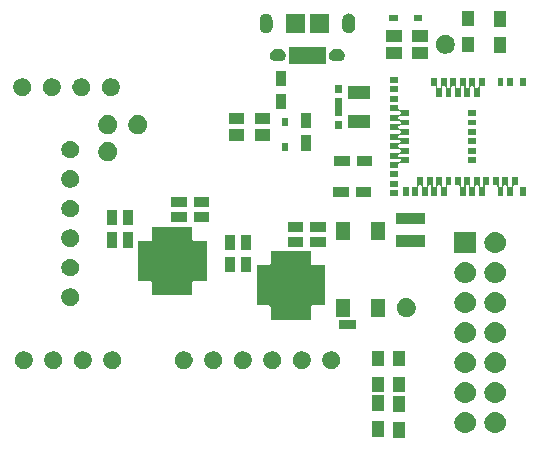
<source format=gbr>
G04 #@! TF.GenerationSoftware,KiCad,Pcbnew,(5.1.2)-1*
G04 #@! TF.CreationDate,2020-12-24T11:55:47-05:00*
G04 #@! TF.ProjectId,Glove PCB,476c6f76-6520-4504-9342-2e6b69636164,rev?*
G04 #@! TF.SameCoordinates,PX1312d00PYb80f240*
G04 #@! TF.FileFunction,Soldermask,Top*
G04 #@! TF.FilePolarity,Negative*
%FSLAX46Y46*%
G04 Gerber Fmt 4.6, Leading zero omitted, Abs format (unit mm)*
G04 Created by KiCad (PCBNEW (5.1.2)-1) date 2020-12-24 11:55:47*
%MOMM*%
%LPD*%
G04 APERTURE LIST*
%ADD10C,0.100000*%
G04 APERTURE END LIST*
D10*
G36*
X35479300Y1261900D02*
G01*
X34477300Y1261900D01*
X34477300Y2563900D01*
X35479300Y2563900D01*
X35479300Y1261900D01*
X35479300Y1261900D01*
G37*
G36*
X33701300Y1345900D02*
G01*
X32699300Y1345900D01*
X32699300Y2647900D01*
X33701300Y2647900D01*
X33701300Y1345900D01*
X33701300Y1345900D01*
G37*
G36*
X40714842Y3445282D02*
G01*
X40781027Y3438763D01*
X40950866Y3387243D01*
X41107391Y3303578D01*
X41143129Y3274248D01*
X41244586Y3190986D01*
X41327848Y3089529D01*
X41357178Y3053791D01*
X41440843Y2897266D01*
X41492363Y2727427D01*
X41509759Y2550800D01*
X41492363Y2374173D01*
X41440843Y2204334D01*
X41357178Y2047809D01*
X41327848Y2012071D01*
X41244586Y1910614D01*
X41143129Y1827352D01*
X41107391Y1798022D01*
X40950866Y1714357D01*
X40781027Y1662837D01*
X40714842Y1656318D01*
X40648660Y1649800D01*
X40560140Y1649800D01*
X40493958Y1656318D01*
X40427773Y1662837D01*
X40257934Y1714357D01*
X40101409Y1798022D01*
X40065671Y1827352D01*
X39964214Y1910614D01*
X39880952Y2012071D01*
X39851622Y2047809D01*
X39767957Y2204334D01*
X39716437Y2374173D01*
X39699041Y2550800D01*
X39716437Y2727427D01*
X39767957Y2897266D01*
X39851622Y3053791D01*
X39880952Y3089529D01*
X39964214Y3190986D01*
X40065671Y3274248D01*
X40101409Y3303578D01*
X40257934Y3387243D01*
X40427773Y3438763D01*
X40493958Y3445282D01*
X40560140Y3451800D01*
X40648660Y3451800D01*
X40714842Y3445282D01*
X40714842Y3445282D01*
G37*
G36*
X43254842Y3445282D02*
G01*
X43321027Y3438763D01*
X43490866Y3387243D01*
X43647391Y3303578D01*
X43683129Y3274248D01*
X43784586Y3190986D01*
X43867848Y3089529D01*
X43897178Y3053791D01*
X43980843Y2897266D01*
X44032363Y2727427D01*
X44049759Y2550800D01*
X44032363Y2374173D01*
X43980843Y2204334D01*
X43897178Y2047809D01*
X43867848Y2012071D01*
X43784586Y1910614D01*
X43683129Y1827352D01*
X43647391Y1798022D01*
X43490866Y1714357D01*
X43321027Y1662837D01*
X43254842Y1656318D01*
X43188660Y1649800D01*
X43100140Y1649800D01*
X43033958Y1656318D01*
X42967773Y1662837D01*
X42797934Y1714357D01*
X42641409Y1798022D01*
X42605671Y1827352D01*
X42504214Y1910614D01*
X42420952Y2012071D01*
X42391622Y2047809D01*
X42307957Y2204334D01*
X42256437Y2374173D01*
X42239041Y2550800D01*
X42256437Y2727427D01*
X42307957Y2897266D01*
X42391622Y3053791D01*
X42420952Y3089529D01*
X42504214Y3190986D01*
X42605671Y3274248D01*
X42641409Y3303578D01*
X42797934Y3387243D01*
X42967773Y3438763D01*
X43033958Y3445282D01*
X43100140Y3451800D01*
X43188660Y3451800D01*
X43254842Y3445282D01*
X43254842Y3445282D01*
G37*
G36*
X35479300Y3461900D02*
G01*
X34477300Y3461900D01*
X34477300Y4763900D01*
X35479300Y4763900D01*
X35479300Y3461900D01*
X35479300Y3461900D01*
G37*
G36*
X33701300Y3545900D02*
G01*
X32699300Y3545900D01*
X32699300Y4847900D01*
X33701300Y4847900D01*
X33701300Y3545900D01*
X33701300Y3545900D01*
G37*
G36*
X40714843Y5985281D02*
G01*
X40781027Y5978763D01*
X40950866Y5927243D01*
X41107391Y5843578D01*
X41143129Y5814248D01*
X41244586Y5730986D01*
X41327848Y5629529D01*
X41357178Y5593791D01*
X41440843Y5437266D01*
X41492363Y5267427D01*
X41509759Y5090800D01*
X41492363Y4914173D01*
X41440843Y4744334D01*
X41357178Y4587809D01*
X41327848Y4552071D01*
X41244586Y4450614D01*
X41143129Y4367352D01*
X41107391Y4338022D01*
X40950866Y4254357D01*
X40781027Y4202837D01*
X40714843Y4196319D01*
X40648660Y4189800D01*
X40560140Y4189800D01*
X40493957Y4196319D01*
X40427773Y4202837D01*
X40257934Y4254357D01*
X40101409Y4338022D01*
X40065671Y4367352D01*
X39964214Y4450614D01*
X39880952Y4552071D01*
X39851622Y4587809D01*
X39767957Y4744334D01*
X39716437Y4914173D01*
X39699041Y5090800D01*
X39716437Y5267427D01*
X39767957Y5437266D01*
X39851622Y5593791D01*
X39880952Y5629529D01*
X39964214Y5730986D01*
X40065671Y5814248D01*
X40101409Y5843578D01*
X40257934Y5927243D01*
X40427773Y5978763D01*
X40493957Y5985281D01*
X40560140Y5991800D01*
X40648660Y5991800D01*
X40714843Y5985281D01*
X40714843Y5985281D01*
G37*
G36*
X43254843Y5985281D02*
G01*
X43321027Y5978763D01*
X43490866Y5927243D01*
X43647391Y5843578D01*
X43683129Y5814248D01*
X43784586Y5730986D01*
X43867848Y5629529D01*
X43897178Y5593791D01*
X43980843Y5437266D01*
X44032363Y5267427D01*
X44049759Y5090800D01*
X44032363Y4914173D01*
X43980843Y4744334D01*
X43897178Y4587809D01*
X43867848Y4552071D01*
X43784586Y4450614D01*
X43683129Y4367352D01*
X43647391Y4338022D01*
X43490866Y4254357D01*
X43321027Y4202837D01*
X43254843Y4196319D01*
X43188660Y4189800D01*
X43100140Y4189800D01*
X43033957Y4196319D01*
X42967773Y4202837D01*
X42797934Y4254357D01*
X42641409Y4338022D01*
X42605671Y4367352D01*
X42504214Y4450614D01*
X42420952Y4552071D01*
X42391622Y4587809D01*
X42307957Y4744334D01*
X42256437Y4914173D01*
X42239041Y5090800D01*
X42256437Y5267427D01*
X42307957Y5437266D01*
X42391622Y5593791D01*
X42420952Y5629529D01*
X42504214Y5730986D01*
X42605671Y5814248D01*
X42641409Y5843578D01*
X42797934Y5927243D01*
X42967773Y5978763D01*
X43033957Y5985281D01*
X43100140Y5991800D01*
X43188660Y5991800D01*
X43254843Y5985281D01*
X43254843Y5985281D01*
G37*
G36*
X35479300Y5102400D02*
G01*
X34477300Y5102400D01*
X34477300Y6404400D01*
X35479300Y6404400D01*
X35479300Y5102400D01*
X35479300Y5102400D01*
G37*
G36*
X33701300Y5102400D02*
G01*
X32699300Y5102400D01*
X32699300Y6404400D01*
X33701300Y6404400D01*
X33701300Y5102400D01*
X33701300Y5102400D01*
G37*
G36*
X40714843Y8525281D02*
G01*
X40781027Y8518763D01*
X40950866Y8467243D01*
X41107391Y8383578D01*
X41143129Y8354248D01*
X41244586Y8270986D01*
X41327848Y8169529D01*
X41357178Y8133791D01*
X41440843Y7977266D01*
X41492363Y7807427D01*
X41509759Y7630800D01*
X41492363Y7454173D01*
X41440843Y7284334D01*
X41357178Y7127809D01*
X41345273Y7113303D01*
X41244586Y6990614D01*
X41143129Y6907352D01*
X41107391Y6878022D01*
X40950866Y6794357D01*
X40781027Y6742837D01*
X40714843Y6736319D01*
X40648660Y6729800D01*
X40560140Y6729800D01*
X40493957Y6736319D01*
X40427773Y6742837D01*
X40257934Y6794357D01*
X40101409Y6878022D01*
X40065671Y6907352D01*
X39964214Y6990614D01*
X39863527Y7113303D01*
X39851622Y7127809D01*
X39767957Y7284334D01*
X39716437Y7454173D01*
X39699041Y7630800D01*
X39716437Y7807427D01*
X39767957Y7977266D01*
X39851622Y8133791D01*
X39880952Y8169529D01*
X39964214Y8270986D01*
X40065671Y8354248D01*
X40101409Y8383578D01*
X40257934Y8467243D01*
X40427773Y8518763D01*
X40493957Y8525281D01*
X40560140Y8531800D01*
X40648660Y8531800D01*
X40714843Y8525281D01*
X40714843Y8525281D01*
G37*
G36*
X43254843Y8525281D02*
G01*
X43321027Y8518763D01*
X43490866Y8467243D01*
X43647391Y8383578D01*
X43683129Y8354248D01*
X43784586Y8270986D01*
X43867848Y8169529D01*
X43897178Y8133791D01*
X43980843Y7977266D01*
X44032363Y7807427D01*
X44049759Y7630800D01*
X44032363Y7454173D01*
X43980843Y7284334D01*
X43897178Y7127809D01*
X43885273Y7113303D01*
X43784586Y6990614D01*
X43683129Y6907352D01*
X43647391Y6878022D01*
X43490866Y6794357D01*
X43321027Y6742837D01*
X43254843Y6736319D01*
X43188660Y6729800D01*
X43100140Y6729800D01*
X43033957Y6736319D01*
X42967773Y6742837D01*
X42797934Y6794357D01*
X42641409Y6878022D01*
X42605671Y6907352D01*
X42504214Y6990614D01*
X42403527Y7113303D01*
X42391622Y7127809D01*
X42307957Y7284334D01*
X42256437Y7454173D01*
X42239041Y7630800D01*
X42256437Y7807427D01*
X42307957Y7977266D01*
X42391622Y8133791D01*
X42420952Y8169529D01*
X42504214Y8270986D01*
X42605671Y8354248D01*
X42641409Y8383578D01*
X42797934Y8467243D01*
X42967773Y8518763D01*
X43033957Y8525281D01*
X43100140Y8531800D01*
X43188660Y8531800D01*
X43254843Y8525281D01*
X43254843Y8525281D01*
G37*
G36*
X29370425Y8579401D02*
G01*
X29494621Y8554698D01*
X29631022Y8498199D01*
X29753779Y8416175D01*
X29858175Y8311779D01*
X29940199Y8189022D01*
X29996698Y8052621D01*
X30025500Y7907819D01*
X30025500Y7760181D01*
X29996698Y7615379D01*
X29940199Y7478978D01*
X29858175Y7356221D01*
X29753779Y7251825D01*
X29631022Y7169801D01*
X29494621Y7113302D01*
X29370425Y7088599D01*
X29349820Y7084500D01*
X29202180Y7084500D01*
X29181575Y7088599D01*
X29057379Y7113302D01*
X28920978Y7169801D01*
X28798221Y7251825D01*
X28693825Y7356221D01*
X28611801Y7478978D01*
X28555302Y7615379D01*
X28526500Y7760181D01*
X28526500Y7907819D01*
X28555302Y8052621D01*
X28611801Y8189022D01*
X28693825Y8311779D01*
X28798221Y8416175D01*
X28920978Y8498199D01*
X29057379Y8554698D01*
X29181575Y8579401D01*
X29202180Y8583500D01*
X29349820Y8583500D01*
X29370425Y8579401D01*
X29370425Y8579401D01*
G37*
G36*
X26870425Y8579401D02*
G01*
X26994621Y8554698D01*
X27131022Y8498199D01*
X27253779Y8416175D01*
X27358175Y8311779D01*
X27440199Y8189022D01*
X27496698Y8052621D01*
X27525500Y7907819D01*
X27525500Y7760181D01*
X27496698Y7615379D01*
X27440199Y7478978D01*
X27358175Y7356221D01*
X27253779Y7251825D01*
X27131022Y7169801D01*
X26994621Y7113302D01*
X26870425Y7088599D01*
X26849820Y7084500D01*
X26702180Y7084500D01*
X26681575Y7088599D01*
X26557379Y7113302D01*
X26420978Y7169801D01*
X26298221Y7251825D01*
X26193825Y7356221D01*
X26111801Y7478978D01*
X26055302Y7615379D01*
X26026500Y7760181D01*
X26026500Y7907819D01*
X26055302Y8052621D01*
X26111801Y8189022D01*
X26193825Y8311779D01*
X26298221Y8416175D01*
X26420978Y8498199D01*
X26557379Y8554698D01*
X26681575Y8579401D01*
X26702180Y8583500D01*
X26849820Y8583500D01*
X26870425Y8579401D01*
X26870425Y8579401D01*
G37*
G36*
X3328425Y8579401D02*
G01*
X3452621Y8554698D01*
X3589022Y8498199D01*
X3711779Y8416175D01*
X3816175Y8311779D01*
X3898199Y8189022D01*
X3954698Y8052621D01*
X3983500Y7907819D01*
X3983500Y7760181D01*
X3954698Y7615379D01*
X3898199Y7478978D01*
X3816175Y7356221D01*
X3711779Y7251825D01*
X3589022Y7169801D01*
X3452621Y7113302D01*
X3328425Y7088599D01*
X3307820Y7084500D01*
X3160180Y7084500D01*
X3139575Y7088599D01*
X3015379Y7113302D01*
X2878978Y7169801D01*
X2756221Y7251825D01*
X2651825Y7356221D01*
X2569801Y7478978D01*
X2513302Y7615379D01*
X2484500Y7760181D01*
X2484500Y7907819D01*
X2513302Y8052621D01*
X2569801Y8189022D01*
X2651825Y8311779D01*
X2756221Y8416175D01*
X2878978Y8498199D01*
X3015379Y8554698D01*
X3139575Y8579401D01*
X3160180Y8583500D01*
X3307820Y8583500D01*
X3328425Y8579401D01*
X3328425Y8579401D01*
G37*
G36*
X5828425Y8579401D02*
G01*
X5952621Y8554698D01*
X6089022Y8498199D01*
X6211779Y8416175D01*
X6316175Y8311779D01*
X6398199Y8189022D01*
X6454698Y8052621D01*
X6483500Y7907819D01*
X6483500Y7760181D01*
X6454698Y7615379D01*
X6398199Y7478978D01*
X6316175Y7356221D01*
X6211779Y7251825D01*
X6089022Y7169801D01*
X5952621Y7113302D01*
X5828425Y7088599D01*
X5807820Y7084500D01*
X5660180Y7084500D01*
X5639575Y7088599D01*
X5515379Y7113302D01*
X5378978Y7169801D01*
X5256221Y7251825D01*
X5151825Y7356221D01*
X5069801Y7478978D01*
X5013302Y7615379D01*
X4984500Y7760181D01*
X4984500Y7907819D01*
X5013302Y8052621D01*
X5069801Y8189022D01*
X5151825Y8311779D01*
X5256221Y8416175D01*
X5378978Y8498199D01*
X5515379Y8554698D01*
X5639575Y8579401D01*
X5660180Y8583500D01*
X5807820Y8583500D01*
X5828425Y8579401D01*
X5828425Y8579401D01*
G37*
G36*
X8328425Y8579401D02*
G01*
X8452621Y8554698D01*
X8589022Y8498199D01*
X8711779Y8416175D01*
X8816175Y8311779D01*
X8898199Y8189022D01*
X8954698Y8052621D01*
X8983500Y7907819D01*
X8983500Y7760181D01*
X8954698Y7615379D01*
X8898199Y7478978D01*
X8816175Y7356221D01*
X8711779Y7251825D01*
X8589022Y7169801D01*
X8452621Y7113302D01*
X8328425Y7088599D01*
X8307820Y7084500D01*
X8160180Y7084500D01*
X8139575Y7088599D01*
X8015379Y7113302D01*
X7878978Y7169801D01*
X7756221Y7251825D01*
X7651825Y7356221D01*
X7569801Y7478978D01*
X7513302Y7615379D01*
X7484500Y7760181D01*
X7484500Y7907819D01*
X7513302Y8052621D01*
X7569801Y8189022D01*
X7651825Y8311779D01*
X7756221Y8416175D01*
X7878978Y8498199D01*
X8015379Y8554698D01*
X8139575Y8579401D01*
X8160180Y8583500D01*
X8307820Y8583500D01*
X8328425Y8579401D01*
X8328425Y8579401D01*
G37*
G36*
X16870425Y8579401D02*
G01*
X16994621Y8554698D01*
X17131022Y8498199D01*
X17253779Y8416175D01*
X17358175Y8311779D01*
X17440199Y8189022D01*
X17496698Y8052621D01*
X17525500Y7907819D01*
X17525500Y7760181D01*
X17496698Y7615379D01*
X17440199Y7478978D01*
X17358175Y7356221D01*
X17253779Y7251825D01*
X17131022Y7169801D01*
X16994621Y7113302D01*
X16870425Y7088599D01*
X16849820Y7084500D01*
X16702180Y7084500D01*
X16681575Y7088599D01*
X16557379Y7113302D01*
X16420978Y7169801D01*
X16298221Y7251825D01*
X16193825Y7356221D01*
X16111801Y7478978D01*
X16055302Y7615379D01*
X16026500Y7760181D01*
X16026500Y7907819D01*
X16055302Y8052621D01*
X16111801Y8189022D01*
X16193825Y8311779D01*
X16298221Y8416175D01*
X16420978Y8498199D01*
X16557379Y8554698D01*
X16681575Y8579401D01*
X16702180Y8583500D01*
X16849820Y8583500D01*
X16870425Y8579401D01*
X16870425Y8579401D01*
G37*
G36*
X19370425Y8579401D02*
G01*
X19494621Y8554698D01*
X19631022Y8498199D01*
X19753779Y8416175D01*
X19858175Y8311779D01*
X19940199Y8189022D01*
X19996698Y8052621D01*
X20025500Y7907819D01*
X20025500Y7760181D01*
X19996698Y7615379D01*
X19940199Y7478978D01*
X19858175Y7356221D01*
X19753779Y7251825D01*
X19631022Y7169801D01*
X19494621Y7113302D01*
X19370425Y7088599D01*
X19349820Y7084500D01*
X19202180Y7084500D01*
X19181575Y7088599D01*
X19057379Y7113302D01*
X18920978Y7169801D01*
X18798221Y7251825D01*
X18693825Y7356221D01*
X18611801Y7478978D01*
X18555302Y7615379D01*
X18526500Y7760181D01*
X18526500Y7907819D01*
X18555302Y8052621D01*
X18611801Y8189022D01*
X18693825Y8311779D01*
X18798221Y8416175D01*
X18920978Y8498199D01*
X19057379Y8554698D01*
X19181575Y8579401D01*
X19202180Y8583500D01*
X19349820Y8583500D01*
X19370425Y8579401D01*
X19370425Y8579401D01*
G37*
G36*
X21870425Y8579401D02*
G01*
X21994621Y8554698D01*
X22131022Y8498199D01*
X22253779Y8416175D01*
X22358175Y8311779D01*
X22440199Y8189022D01*
X22496698Y8052621D01*
X22525500Y7907819D01*
X22525500Y7760181D01*
X22496698Y7615379D01*
X22440199Y7478978D01*
X22358175Y7356221D01*
X22253779Y7251825D01*
X22131022Y7169801D01*
X21994621Y7113302D01*
X21870425Y7088599D01*
X21849820Y7084500D01*
X21702180Y7084500D01*
X21681575Y7088599D01*
X21557379Y7113302D01*
X21420978Y7169801D01*
X21298221Y7251825D01*
X21193825Y7356221D01*
X21111801Y7478978D01*
X21055302Y7615379D01*
X21026500Y7760181D01*
X21026500Y7907819D01*
X21055302Y8052621D01*
X21111801Y8189022D01*
X21193825Y8311779D01*
X21298221Y8416175D01*
X21420978Y8498199D01*
X21557379Y8554698D01*
X21681575Y8579401D01*
X21702180Y8583500D01*
X21849820Y8583500D01*
X21870425Y8579401D01*
X21870425Y8579401D01*
G37*
G36*
X24370425Y8579401D02*
G01*
X24494621Y8554698D01*
X24631022Y8498199D01*
X24753779Y8416175D01*
X24858175Y8311779D01*
X24940199Y8189022D01*
X24996698Y8052621D01*
X25025500Y7907819D01*
X25025500Y7760181D01*
X24996698Y7615379D01*
X24940199Y7478978D01*
X24858175Y7356221D01*
X24753779Y7251825D01*
X24631022Y7169801D01*
X24494621Y7113302D01*
X24370425Y7088599D01*
X24349820Y7084500D01*
X24202180Y7084500D01*
X24181575Y7088599D01*
X24057379Y7113302D01*
X23920978Y7169801D01*
X23798221Y7251825D01*
X23693825Y7356221D01*
X23611801Y7478978D01*
X23555302Y7615379D01*
X23526500Y7760181D01*
X23526500Y7907819D01*
X23555302Y8052621D01*
X23611801Y8189022D01*
X23693825Y8311779D01*
X23798221Y8416175D01*
X23920978Y8498199D01*
X24057379Y8554698D01*
X24181575Y8579401D01*
X24202180Y8583500D01*
X24349820Y8583500D01*
X24370425Y8579401D01*
X24370425Y8579401D01*
G37*
G36*
X10828425Y8579401D02*
G01*
X10952621Y8554698D01*
X11089022Y8498199D01*
X11211779Y8416175D01*
X11316175Y8311779D01*
X11398199Y8189022D01*
X11454698Y8052621D01*
X11483500Y7907819D01*
X11483500Y7760181D01*
X11454698Y7615379D01*
X11398199Y7478978D01*
X11316175Y7356221D01*
X11211779Y7251825D01*
X11089022Y7169801D01*
X10952621Y7113302D01*
X10828425Y7088599D01*
X10807820Y7084500D01*
X10660180Y7084500D01*
X10639575Y7088599D01*
X10515379Y7113302D01*
X10378978Y7169801D01*
X10256221Y7251825D01*
X10151825Y7356221D01*
X10069801Y7478978D01*
X10013302Y7615379D01*
X9984500Y7760181D01*
X9984500Y7907819D01*
X10013302Y8052621D01*
X10069801Y8189022D01*
X10151825Y8311779D01*
X10256221Y8416175D01*
X10378978Y8498199D01*
X10515379Y8554698D01*
X10639575Y8579401D01*
X10660180Y8583500D01*
X10807820Y8583500D01*
X10828425Y8579401D01*
X10828425Y8579401D01*
G37*
G36*
X33701300Y7302400D02*
G01*
X32699300Y7302400D01*
X32699300Y8604400D01*
X33701300Y8604400D01*
X33701300Y7302400D01*
X33701300Y7302400D01*
G37*
G36*
X35479300Y7302400D02*
G01*
X34477300Y7302400D01*
X34477300Y8604400D01*
X35479300Y8604400D01*
X35479300Y7302400D01*
X35479300Y7302400D01*
G37*
G36*
X43254843Y11065281D02*
G01*
X43321027Y11058763D01*
X43490866Y11007243D01*
X43647391Y10923578D01*
X43683129Y10894248D01*
X43784586Y10810986D01*
X43867848Y10709529D01*
X43897178Y10673791D01*
X43980843Y10517266D01*
X44032363Y10347427D01*
X44049759Y10170800D01*
X44032363Y9994173D01*
X43980843Y9824334D01*
X43897178Y9667809D01*
X43867848Y9632071D01*
X43784586Y9530614D01*
X43683129Y9447352D01*
X43647391Y9418022D01*
X43490866Y9334357D01*
X43321027Y9282837D01*
X43254842Y9276318D01*
X43188660Y9269800D01*
X43100140Y9269800D01*
X43033958Y9276318D01*
X42967773Y9282837D01*
X42797934Y9334357D01*
X42641409Y9418022D01*
X42605671Y9447352D01*
X42504214Y9530614D01*
X42420952Y9632071D01*
X42391622Y9667809D01*
X42307957Y9824334D01*
X42256437Y9994173D01*
X42239041Y10170800D01*
X42256437Y10347427D01*
X42307957Y10517266D01*
X42391622Y10673791D01*
X42420952Y10709529D01*
X42504214Y10810986D01*
X42605671Y10894248D01*
X42641409Y10923578D01*
X42797934Y11007243D01*
X42967773Y11058763D01*
X43033957Y11065281D01*
X43100140Y11071800D01*
X43188660Y11071800D01*
X43254843Y11065281D01*
X43254843Y11065281D01*
G37*
G36*
X40714843Y11065281D02*
G01*
X40781027Y11058763D01*
X40950866Y11007243D01*
X41107391Y10923578D01*
X41143129Y10894248D01*
X41244586Y10810986D01*
X41327848Y10709529D01*
X41357178Y10673791D01*
X41440843Y10517266D01*
X41492363Y10347427D01*
X41509759Y10170800D01*
X41492363Y9994173D01*
X41440843Y9824334D01*
X41357178Y9667809D01*
X41327848Y9632071D01*
X41244586Y9530614D01*
X41143129Y9447352D01*
X41107391Y9418022D01*
X40950866Y9334357D01*
X40781027Y9282837D01*
X40714842Y9276318D01*
X40648660Y9269800D01*
X40560140Y9269800D01*
X40493958Y9276318D01*
X40427773Y9282837D01*
X40257934Y9334357D01*
X40101409Y9418022D01*
X40065671Y9447352D01*
X39964214Y9530614D01*
X39880952Y9632071D01*
X39851622Y9667809D01*
X39767957Y9824334D01*
X39716437Y9994173D01*
X39699041Y10170800D01*
X39716437Y10347427D01*
X39767957Y10517266D01*
X39851622Y10673791D01*
X39880952Y10709529D01*
X39964214Y10810986D01*
X40065671Y10894248D01*
X40101409Y10923578D01*
X40257934Y11007243D01*
X40427773Y11058763D01*
X40493957Y11065281D01*
X40560140Y11071800D01*
X40648660Y11071800D01*
X40714843Y11065281D01*
X40714843Y11065281D01*
G37*
G36*
X31399000Y10442500D02*
G01*
X29947000Y10442500D01*
X29947000Y11194500D01*
X31399000Y11194500D01*
X31399000Y10442500D01*
X31399000Y10442500D01*
G37*
G36*
X27548000Y16009599D02*
G01*
X27550402Y15985213D01*
X27557515Y15961764D01*
X27569066Y15940153D01*
X27584611Y15921211D01*
X27598342Y15909942D01*
X27609611Y15896211D01*
X27628553Y15880666D01*
X27650164Y15869115D01*
X27673613Y15862002D01*
X27697999Y15859600D01*
X28748000Y15859600D01*
X28748000Y12457600D01*
X27697999Y12457600D01*
X27673613Y12455198D01*
X27650164Y12448085D01*
X27628553Y12436534D01*
X27609611Y12420989D01*
X27598342Y12407258D01*
X27584611Y12395989D01*
X27569066Y12377047D01*
X27557515Y12355436D01*
X27550402Y12331987D01*
X27548000Y12307601D01*
X27548000Y11257600D01*
X24146000Y11257600D01*
X24146000Y12307601D01*
X24143598Y12331987D01*
X24136485Y12355436D01*
X24124934Y12377047D01*
X24109389Y12395989D01*
X24095658Y12407258D01*
X24084389Y12420989D01*
X24065447Y12436534D01*
X24043836Y12448085D01*
X24020387Y12455198D01*
X23996001Y12457600D01*
X22946000Y12457600D01*
X22946000Y15859600D01*
X23996001Y15859600D01*
X24020387Y15862002D01*
X24043836Y15869115D01*
X24065447Y15880666D01*
X24084389Y15896211D01*
X24095658Y15909942D01*
X24109389Y15921211D01*
X24124934Y15940153D01*
X24136485Y15961764D01*
X24143598Y15985213D01*
X24146000Y16009599D01*
X24146000Y17059600D01*
X27548000Y17059600D01*
X27548000Y16009599D01*
X27548000Y16009599D01*
G37*
G36*
X35859642Y13049219D02*
G01*
X35976052Y13001000D01*
X36005416Y12988837D01*
X36136608Y12901178D01*
X36248178Y12789608D01*
X36335837Y12658416D01*
X36335838Y12658414D01*
X36396219Y12512642D01*
X36427000Y12357893D01*
X36427000Y12200107D01*
X36396219Y12045358D01*
X36335838Y11899586D01*
X36335837Y11899584D01*
X36248178Y11768392D01*
X36136608Y11656822D01*
X36005416Y11569163D01*
X36005415Y11569162D01*
X36005414Y11569162D01*
X35859642Y11508781D01*
X35704893Y11478000D01*
X35547107Y11478000D01*
X35392358Y11508781D01*
X35246586Y11569162D01*
X35246585Y11569162D01*
X35246584Y11569163D01*
X35115392Y11656822D01*
X35003822Y11768392D01*
X34916163Y11899584D01*
X34916162Y11899586D01*
X34855781Y12045358D01*
X34825000Y12200107D01*
X34825000Y12357893D01*
X34855781Y12512642D01*
X34916162Y12658414D01*
X34916163Y12658416D01*
X35003822Y12789608D01*
X35115392Y12901178D01*
X35246584Y12988837D01*
X35275948Y13001000D01*
X35392358Y13049219D01*
X35547107Y13080000D01*
X35704893Y13080000D01*
X35859642Y13049219D01*
X35859642Y13049219D01*
G37*
G36*
X33855000Y11499000D02*
G01*
X32653000Y11499000D01*
X32653000Y13001000D01*
X33855000Y13001000D01*
X33855000Y11499000D01*
X33855000Y11499000D01*
G37*
G36*
X30855000Y11499000D02*
G01*
X29653000Y11499000D01*
X29653000Y13001000D01*
X30855000Y13001000D01*
X30855000Y11499000D01*
X30855000Y11499000D01*
G37*
G36*
X43254842Y13605282D02*
G01*
X43321027Y13598763D01*
X43490866Y13547243D01*
X43647391Y13463578D01*
X43654675Y13457600D01*
X43784586Y13350986D01*
X43867848Y13249529D01*
X43897178Y13213791D01*
X43980843Y13057266D01*
X44032363Y12887427D01*
X44049759Y12710800D01*
X44032363Y12534173D01*
X43980843Y12364334D01*
X43897178Y12207809D01*
X43890857Y12200107D01*
X43784586Y12070614D01*
X43683129Y11987352D01*
X43647391Y11958022D01*
X43490866Y11874357D01*
X43321027Y11822837D01*
X43254843Y11816319D01*
X43188660Y11809800D01*
X43100140Y11809800D01*
X43033957Y11816319D01*
X42967773Y11822837D01*
X42797934Y11874357D01*
X42641409Y11958022D01*
X42605671Y11987352D01*
X42504214Y12070614D01*
X42397943Y12200107D01*
X42391622Y12207809D01*
X42307957Y12364334D01*
X42256437Y12534173D01*
X42239041Y12710800D01*
X42256437Y12887427D01*
X42307957Y13057266D01*
X42391622Y13213791D01*
X42420952Y13249529D01*
X42504214Y13350986D01*
X42634125Y13457600D01*
X42641409Y13463578D01*
X42797934Y13547243D01*
X42967773Y13598763D01*
X43033958Y13605282D01*
X43100140Y13611800D01*
X43188660Y13611800D01*
X43254842Y13605282D01*
X43254842Y13605282D01*
G37*
G36*
X40714842Y13605282D02*
G01*
X40781027Y13598763D01*
X40950866Y13547243D01*
X41107391Y13463578D01*
X41114675Y13457600D01*
X41244586Y13350986D01*
X41327848Y13249529D01*
X41357178Y13213791D01*
X41440843Y13057266D01*
X41492363Y12887427D01*
X41509759Y12710800D01*
X41492363Y12534173D01*
X41440843Y12364334D01*
X41357178Y12207809D01*
X41350857Y12200107D01*
X41244586Y12070614D01*
X41143129Y11987352D01*
X41107391Y11958022D01*
X40950866Y11874357D01*
X40781027Y11822837D01*
X40714843Y11816319D01*
X40648660Y11809800D01*
X40560140Y11809800D01*
X40493957Y11816319D01*
X40427773Y11822837D01*
X40257934Y11874357D01*
X40101409Y11958022D01*
X40065671Y11987352D01*
X39964214Y12070614D01*
X39857943Y12200107D01*
X39851622Y12207809D01*
X39767957Y12364334D01*
X39716437Y12534173D01*
X39699041Y12710800D01*
X39716437Y12887427D01*
X39767957Y13057266D01*
X39851622Y13213791D01*
X39880952Y13249529D01*
X39964214Y13350986D01*
X40094125Y13457600D01*
X40101409Y13463578D01*
X40257934Y13547243D01*
X40427773Y13598763D01*
X40493958Y13605282D01*
X40560140Y13611800D01*
X40648660Y13611800D01*
X40714842Y13605282D01*
X40714842Y13605282D01*
G37*
G36*
X7272425Y13913401D02*
G01*
X7396621Y13888698D01*
X7533022Y13832199D01*
X7655779Y13750175D01*
X7760175Y13645779D01*
X7842199Y13523022D01*
X7898698Y13386621D01*
X7927500Y13241819D01*
X7927500Y13094181D01*
X7898698Y12949379D01*
X7842199Y12812978D01*
X7760175Y12690221D01*
X7655779Y12585825D01*
X7533022Y12503801D01*
X7396621Y12447302D01*
X7272425Y12422599D01*
X7251820Y12418500D01*
X7104180Y12418500D01*
X7083575Y12422599D01*
X6959379Y12447302D01*
X6822978Y12503801D01*
X6700221Y12585825D01*
X6595825Y12690221D01*
X6513801Y12812978D01*
X6457302Y12949379D01*
X6428500Y13094181D01*
X6428500Y13241819D01*
X6457302Y13386621D01*
X6513801Y13523022D01*
X6595825Y13645779D01*
X6700221Y13750175D01*
X6822978Y13832199D01*
X6959379Y13888698D01*
X7083575Y13913401D01*
X7104180Y13917500D01*
X7251820Y13917500D01*
X7272425Y13913401D01*
X7272425Y13913401D01*
G37*
G36*
X17515000Y18066999D02*
G01*
X17517402Y18042613D01*
X17524515Y18019164D01*
X17536066Y17997553D01*
X17551611Y17978611D01*
X17565342Y17967342D01*
X17576611Y17953611D01*
X17595553Y17938066D01*
X17617164Y17926515D01*
X17640613Y17919402D01*
X17664999Y17917000D01*
X18715000Y17917000D01*
X18715000Y14515000D01*
X17664999Y14515000D01*
X17640613Y14512598D01*
X17617164Y14505485D01*
X17595553Y14493934D01*
X17576611Y14478389D01*
X17565342Y14464658D01*
X17551611Y14453389D01*
X17536066Y14434447D01*
X17524515Y14412836D01*
X17517402Y14389387D01*
X17515000Y14365001D01*
X17515000Y13315000D01*
X14113000Y13315000D01*
X14113000Y14365001D01*
X14110598Y14389387D01*
X14103485Y14412836D01*
X14091934Y14434447D01*
X14076389Y14453389D01*
X14062658Y14464658D01*
X14051389Y14478389D01*
X14032447Y14493934D01*
X14010836Y14505485D01*
X13987387Y14512598D01*
X13963001Y14515000D01*
X12913000Y14515000D01*
X12913000Y17917000D01*
X13963001Y17917000D01*
X13987387Y17919402D01*
X14010836Y17926515D01*
X14032447Y17938066D01*
X14051389Y17953611D01*
X14062658Y17967342D01*
X14076389Y17978611D01*
X14091934Y17997553D01*
X14103485Y18019164D01*
X14110598Y18042613D01*
X14113000Y18066999D01*
X14113000Y19117000D01*
X17515000Y19117000D01*
X17515000Y18066999D01*
X17515000Y18066999D01*
G37*
G36*
X43249791Y16145779D02*
G01*
X43321027Y16138763D01*
X43490866Y16087243D01*
X43647391Y16003578D01*
X43683129Y15974248D01*
X43784586Y15890986D01*
X43867848Y15789529D01*
X43897178Y15753791D01*
X43980843Y15597266D01*
X44032363Y15427427D01*
X44049759Y15250800D01*
X44032363Y15074173D01*
X43980843Y14904334D01*
X43897178Y14747809D01*
X43867848Y14712071D01*
X43784586Y14610614D01*
X43683129Y14527352D01*
X43647391Y14498022D01*
X43584972Y14464658D01*
X43528452Y14434447D01*
X43490866Y14414357D01*
X43321027Y14362837D01*
X43254843Y14356319D01*
X43188660Y14349800D01*
X43100140Y14349800D01*
X43033957Y14356319D01*
X42967773Y14362837D01*
X42797934Y14414357D01*
X42760349Y14434447D01*
X42703828Y14464658D01*
X42641409Y14498022D01*
X42605671Y14527352D01*
X42504214Y14610614D01*
X42420952Y14712071D01*
X42391622Y14747809D01*
X42307957Y14904334D01*
X42256437Y15074173D01*
X42239041Y15250800D01*
X42256437Y15427427D01*
X42307957Y15597266D01*
X42391622Y15753791D01*
X42420952Y15789529D01*
X42504214Y15890986D01*
X42605671Y15974248D01*
X42641409Y16003578D01*
X42797934Y16087243D01*
X42967773Y16138763D01*
X43039009Y16145779D01*
X43100140Y16151800D01*
X43188660Y16151800D01*
X43249791Y16145779D01*
X43249791Y16145779D01*
G37*
G36*
X40709791Y16145779D02*
G01*
X40781027Y16138763D01*
X40950866Y16087243D01*
X41107391Y16003578D01*
X41143129Y15974248D01*
X41244586Y15890986D01*
X41327848Y15789529D01*
X41357178Y15753791D01*
X41440843Y15597266D01*
X41492363Y15427427D01*
X41509759Y15250800D01*
X41492363Y15074173D01*
X41440843Y14904334D01*
X41357178Y14747809D01*
X41327848Y14712071D01*
X41244586Y14610614D01*
X41143129Y14527352D01*
X41107391Y14498022D01*
X41044972Y14464658D01*
X40988452Y14434447D01*
X40950866Y14414357D01*
X40781027Y14362837D01*
X40714843Y14356319D01*
X40648660Y14349800D01*
X40560140Y14349800D01*
X40493957Y14356319D01*
X40427773Y14362837D01*
X40257934Y14414357D01*
X40220349Y14434447D01*
X40163828Y14464658D01*
X40101409Y14498022D01*
X40065671Y14527352D01*
X39964214Y14610614D01*
X39880952Y14712071D01*
X39851622Y14747809D01*
X39767957Y14904334D01*
X39716437Y15074173D01*
X39699041Y15250800D01*
X39716437Y15427427D01*
X39767957Y15597266D01*
X39851622Y15753791D01*
X39880952Y15789529D01*
X39964214Y15890986D01*
X40065671Y15974248D01*
X40101409Y16003578D01*
X40257934Y16087243D01*
X40427773Y16138763D01*
X40499009Y16145779D01*
X40560140Y16151800D01*
X40648660Y16151800D01*
X40709791Y16145779D01*
X40709791Y16145779D01*
G37*
G36*
X7272425Y16413401D02*
G01*
X7396621Y16388698D01*
X7533022Y16332199D01*
X7655779Y16250175D01*
X7760175Y16145779D01*
X7842199Y16023022D01*
X7898698Y15886621D01*
X7927500Y15741819D01*
X7927500Y15594181D01*
X7898698Y15449379D01*
X7842199Y15312978D01*
X7760175Y15190221D01*
X7655779Y15085825D01*
X7533022Y15003801D01*
X7396621Y14947302D01*
X7272425Y14922599D01*
X7251820Y14918500D01*
X7104180Y14918500D01*
X7083575Y14922599D01*
X6959379Y14947302D01*
X6822978Y15003801D01*
X6700221Y15085825D01*
X6595825Y15190221D01*
X6513801Y15312978D01*
X6457302Y15449379D01*
X6428500Y15594181D01*
X6428500Y15741819D01*
X6457302Y15886621D01*
X6513801Y16023022D01*
X6595825Y16145779D01*
X6700221Y16250175D01*
X6822978Y16332199D01*
X6959379Y16388698D01*
X7083575Y16413401D01*
X7104180Y16417500D01*
X7251820Y16417500D01*
X7272425Y16413401D01*
X7272425Y16413401D01*
G37*
G36*
X21101000Y15262000D02*
G01*
X20249000Y15262000D01*
X20249000Y16564000D01*
X21101000Y16564000D01*
X21101000Y15262000D01*
X21101000Y15262000D01*
G37*
G36*
X22463000Y15262000D02*
G01*
X21611000Y15262000D01*
X21611000Y16564000D01*
X22463000Y16564000D01*
X22463000Y15262000D01*
X22463000Y15262000D01*
G37*
G36*
X43254842Y18685282D02*
G01*
X43321027Y18678763D01*
X43490866Y18627243D01*
X43647391Y18543578D01*
X43672438Y18523022D01*
X43784586Y18430986D01*
X43867848Y18329529D01*
X43897178Y18293791D01*
X43980843Y18137266D01*
X44032363Y17967427D01*
X44049759Y17790800D01*
X44032363Y17614173D01*
X43980843Y17444334D01*
X43897178Y17287809D01*
X43867848Y17252071D01*
X43784586Y17150614D01*
X43683129Y17067352D01*
X43647391Y17038022D01*
X43490866Y16954357D01*
X43321027Y16902837D01*
X43254842Y16896318D01*
X43188660Y16889800D01*
X43100140Y16889800D01*
X43033958Y16896318D01*
X42967773Y16902837D01*
X42797934Y16954357D01*
X42641409Y17038022D01*
X42605671Y17067352D01*
X42504214Y17150614D01*
X42420952Y17252071D01*
X42391622Y17287809D01*
X42307957Y17444334D01*
X42256437Y17614173D01*
X42239041Y17790800D01*
X42256437Y17967427D01*
X42307957Y18137266D01*
X42391622Y18293791D01*
X42420952Y18329529D01*
X42504214Y18430986D01*
X42616362Y18523022D01*
X42641409Y18543578D01*
X42797934Y18627243D01*
X42967773Y18678763D01*
X43033958Y18685282D01*
X43100140Y18691800D01*
X43188660Y18691800D01*
X43254842Y18685282D01*
X43254842Y18685282D01*
G37*
G36*
X41505400Y16889800D02*
G01*
X39703400Y16889800D01*
X39703400Y18691800D01*
X41505400Y18691800D01*
X41505400Y16889800D01*
X41505400Y16889800D01*
G37*
G36*
X22463000Y17162000D02*
G01*
X21611000Y17162000D01*
X21611000Y18464000D01*
X22463000Y18464000D01*
X22463000Y17162000D01*
X22463000Y17162000D01*
G37*
G36*
X21101000Y17162000D02*
G01*
X20249000Y17162000D01*
X20249000Y18464000D01*
X21101000Y18464000D01*
X21101000Y17162000D01*
X21101000Y17162000D01*
G37*
G36*
X12464000Y17348000D02*
G01*
X11612000Y17348000D01*
X11612000Y18650000D01*
X12464000Y18650000D01*
X12464000Y17348000D01*
X12464000Y17348000D01*
G37*
G36*
X11114000Y17348000D02*
G01*
X10262000Y17348000D01*
X10262000Y18650000D01*
X11114000Y18650000D01*
X11114000Y17348000D01*
X11114000Y17348000D01*
G37*
G36*
X28802200Y17402000D02*
G01*
X27500200Y17402000D01*
X27500200Y18254000D01*
X28802200Y18254000D01*
X28802200Y17402000D01*
X28802200Y17402000D01*
G37*
G36*
X26902200Y17402000D02*
G01*
X25600200Y17402000D01*
X25600200Y18254000D01*
X26902200Y18254000D01*
X26902200Y17402000D01*
X26902200Y17402000D01*
G37*
G36*
X7272425Y18913401D02*
G01*
X7396621Y18888698D01*
X7533022Y18832199D01*
X7655779Y18750175D01*
X7760175Y18645779D01*
X7842199Y18523022D01*
X7898698Y18386621D01*
X7927500Y18241819D01*
X7927500Y18094181D01*
X7898698Y17949379D01*
X7842199Y17812978D01*
X7760175Y17690221D01*
X7655779Y17585825D01*
X7533022Y17503801D01*
X7396621Y17447302D01*
X7272425Y17422599D01*
X7251820Y17418500D01*
X7104180Y17418500D01*
X7083575Y17422599D01*
X6959379Y17447302D01*
X6822978Y17503801D01*
X6700221Y17585825D01*
X6595825Y17690221D01*
X6513801Y17812978D01*
X6457302Y17949379D01*
X6428500Y18094181D01*
X6428500Y18241819D01*
X6457302Y18386621D01*
X6513801Y18523022D01*
X6595825Y18645779D01*
X6700221Y18750175D01*
X6822978Y18832199D01*
X6959379Y18888698D01*
X7083575Y18913401D01*
X7104180Y18917500D01*
X7251820Y18917500D01*
X7272425Y18913401D01*
X7272425Y18913401D01*
G37*
G36*
X37193000Y17437000D02*
G01*
X34757500Y17437000D01*
X34757500Y18384000D01*
X37193000Y18384000D01*
X37193000Y17437000D01*
X37193000Y17437000D01*
G37*
G36*
X30855000Y17999000D02*
G01*
X29653000Y17999000D01*
X29653000Y19501000D01*
X30855000Y19501000D01*
X30855000Y17999000D01*
X30855000Y17999000D01*
G37*
G36*
X33855000Y17999000D02*
G01*
X32653000Y17999000D01*
X32653000Y19501000D01*
X33855000Y19501000D01*
X33855000Y17999000D01*
X33855000Y17999000D01*
G37*
G36*
X26902200Y18652000D02*
G01*
X25600200Y18652000D01*
X25600200Y19504000D01*
X26902200Y19504000D01*
X26902200Y18652000D01*
X26902200Y18652000D01*
G37*
G36*
X28802200Y18652000D02*
G01*
X27500200Y18652000D01*
X27500200Y19504000D01*
X28802200Y19504000D01*
X28802200Y18652000D01*
X28802200Y18652000D01*
G37*
G36*
X11114000Y19248000D02*
G01*
X10262000Y19248000D01*
X10262000Y20550000D01*
X11114000Y20550000D01*
X11114000Y19248000D01*
X11114000Y19248000D01*
G37*
G36*
X12464000Y19248000D02*
G01*
X11612000Y19248000D01*
X11612000Y20550000D01*
X12464000Y20550000D01*
X12464000Y19248000D01*
X12464000Y19248000D01*
G37*
G36*
X37193000Y19362000D02*
G01*
X34757500Y19362000D01*
X34757500Y20309000D01*
X37193000Y20309000D01*
X37193000Y19362000D01*
X37193000Y19362000D01*
G37*
G36*
X17039000Y19536500D02*
G01*
X15737000Y19536500D01*
X15737000Y20388500D01*
X17039000Y20388500D01*
X17039000Y19536500D01*
X17039000Y19536500D01*
G37*
G36*
X18939000Y19536500D02*
G01*
X17637000Y19536500D01*
X17637000Y20388500D01*
X18939000Y20388500D01*
X18939000Y19536500D01*
X18939000Y19536500D01*
G37*
G36*
X7272425Y21413401D02*
G01*
X7396621Y21388698D01*
X7533022Y21332199D01*
X7655779Y21250175D01*
X7760175Y21145779D01*
X7842199Y21023022D01*
X7898698Y20886621D01*
X7927500Y20741819D01*
X7927500Y20594181D01*
X7898698Y20449379D01*
X7842199Y20312978D01*
X7760175Y20190221D01*
X7655779Y20085825D01*
X7533022Y20003801D01*
X7396621Y19947302D01*
X7272425Y19922599D01*
X7251820Y19918500D01*
X7104180Y19918500D01*
X7083575Y19922599D01*
X6959379Y19947302D01*
X6822978Y20003801D01*
X6700221Y20085825D01*
X6595825Y20190221D01*
X6513801Y20312978D01*
X6457302Y20449379D01*
X6428500Y20594181D01*
X6428500Y20741819D01*
X6457302Y20886621D01*
X6513801Y21023022D01*
X6595825Y21145779D01*
X6700221Y21250175D01*
X6822978Y21332199D01*
X6959379Y21388698D01*
X7083575Y21413401D01*
X7104180Y21417500D01*
X7251820Y21417500D01*
X7272425Y21413401D01*
X7272425Y21413401D01*
G37*
G36*
X17039000Y20806500D02*
G01*
X15737000Y20806500D01*
X15737000Y21658500D01*
X17039000Y21658500D01*
X17039000Y20806500D01*
X17039000Y20806500D01*
G37*
G36*
X18939000Y20806500D02*
G01*
X17637000Y20806500D01*
X17637000Y21658500D01*
X18939000Y21658500D01*
X18939000Y20806500D01*
X18939000Y20806500D01*
G37*
G36*
X32655000Y21632000D02*
G01*
X31353000Y21632000D01*
X31353000Y22484000D01*
X32655000Y22484000D01*
X32655000Y21632000D01*
X32655000Y21632000D01*
G37*
G36*
X30755000Y21632000D02*
G01*
X29453000Y21632000D01*
X29453000Y22484000D01*
X30755000Y22484000D01*
X30755000Y21632000D01*
X30755000Y21632000D01*
G37*
G36*
X34951000Y21699000D02*
G01*
X34249000Y21699000D01*
X34249000Y22201000D01*
X34951000Y22201000D01*
X34951000Y21699000D01*
X34951000Y21699000D01*
G37*
G36*
X37051000Y22575999D02*
G01*
X37053402Y22551613D01*
X37060515Y22528164D01*
X37072066Y22506553D01*
X37087611Y22487611D01*
X37106553Y22472066D01*
X37128164Y22460515D01*
X37151613Y22453402D01*
X37175999Y22451000D01*
X37224001Y22451000D01*
X37248387Y22453402D01*
X37271836Y22460515D01*
X37293447Y22472066D01*
X37312389Y22487611D01*
X37327934Y22506553D01*
X37339485Y22528164D01*
X37346598Y22551613D01*
X37349000Y22575999D01*
X37349000Y23351000D01*
X37851000Y23351000D01*
X37851000Y22575999D01*
X37853402Y22551613D01*
X37860515Y22528164D01*
X37872066Y22506553D01*
X37887611Y22487611D01*
X37906553Y22472066D01*
X37928164Y22460515D01*
X37951613Y22453402D01*
X37975999Y22451000D01*
X38024001Y22451000D01*
X38048387Y22453402D01*
X38071836Y22460515D01*
X38093447Y22472066D01*
X38112389Y22487611D01*
X38127934Y22506553D01*
X38139485Y22528164D01*
X38146598Y22551613D01*
X38149000Y22575999D01*
X38149000Y23351000D01*
X38651000Y23351000D01*
X38651000Y22575999D01*
X38653402Y22551613D01*
X38660515Y22528164D01*
X38672066Y22506553D01*
X38687611Y22487611D01*
X38706553Y22472066D01*
X38728164Y22460515D01*
X38751613Y22453402D01*
X38775999Y22451000D01*
X38824001Y22451000D01*
X38848387Y22453402D01*
X38871836Y22460515D01*
X38893447Y22472066D01*
X38912389Y22487611D01*
X38927934Y22506553D01*
X38939485Y22528164D01*
X38946598Y22551613D01*
X38949000Y22575999D01*
X38949000Y23351000D01*
X39451000Y23351000D01*
X39451000Y22649000D01*
X39175999Y22649000D01*
X39151613Y22646598D01*
X39128164Y22639485D01*
X39106553Y22627934D01*
X39087611Y22612389D01*
X39072066Y22593447D01*
X39060515Y22571836D01*
X39053402Y22548387D01*
X39051000Y22524001D01*
X39051000Y21749000D01*
X38549000Y21749000D01*
X38549000Y22524001D01*
X38546598Y22548387D01*
X38539485Y22571836D01*
X38527934Y22593447D01*
X38512389Y22612389D01*
X38493447Y22627934D01*
X38471836Y22639485D01*
X38448387Y22646598D01*
X38424001Y22649000D01*
X38375999Y22649000D01*
X38351613Y22646598D01*
X38328164Y22639485D01*
X38306553Y22627934D01*
X38287611Y22612389D01*
X38272066Y22593447D01*
X38260515Y22571836D01*
X38253402Y22548387D01*
X38251000Y22524001D01*
X38251000Y21749000D01*
X37749000Y21749000D01*
X37749000Y22524001D01*
X37746598Y22548387D01*
X37739485Y22571836D01*
X37727934Y22593447D01*
X37712389Y22612389D01*
X37693447Y22627934D01*
X37671836Y22639485D01*
X37648387Y22646598D01*
X37624001Y22649000D01*
X37575999Y22649000D01*
X37551613Y22646598D01*
X37528164Y22639485D01*
X37506553Y22627934D01*
X37487611Y22612389D01*
X37472066Y22593447D01*
X37460515Y22571836D01*
X37453402Y22548387D01*
X37451000Y22524001D01*
X37451000Y21749000D01*
X36949000Y21749000D01*
X36949000Y22524001D01*
X36946598Y22548387D01*
X36939485Y22571836D01*
X36927934Y22593447D01*
X36912389Y22612389D01*
X36893447Y22627934D01*
X36871836Y22639485D01*
X36848387Y22646598D01*
X36824001Y22649000D01*
X36775999Y22649000D01*
X36751613Y22646598D01*
X36728164Y22639485D01*
X36706553Y22627934D01*
X36687611Y22612389D01*
X36672066Y22593447D01*
X36660515Y22571836D01*
X36653402Y22548387D01*
X36651000Y22524001D01*
X36651000Y21749000D01*
X36149000Y21749000D01*
X36149000Y22451000D01*
X36424001Y22451000D01*
X36448387Y22453402D01*
X36471836Y22460515D01*
X36493447Y22472066D01*
X36512389Y22487611D01*
X36527934Y22506553D01*
X36539485Y22528164D01*
X36546598Y22551613D01*
X36549000Y22575999D01*
X36549000Y23351000D01*
X37051000Y23351000D01*
X37051000Y22575999D01*
X37051000Y22575999D01*
G37*
G36*
X40251000Y22575999D02*
G01*
X40253402Y22551613D01*
X40260515Y22528164D01*
X40272066Y22506553D01*
X40287611Y22487611D01*
X40306553Y22472066D01*
X40328164Y22460515D01*
X40351613Y22453402D01*
X40375999Y22451000D01*
X40424001Y22451000D01*
X40448387Y22453402D01*
X40471836Y22460515D01*
X40493447Y22472066D01*
X40512389Y22487611D01*
X40527934Y22506553D01*
X40539485Y22528164D01*
X40546598Y22551613D01*
X40549000Y22575999D01*
X40549000Y23351000D01*
X41051000Y23351000D01*
X41051000Y22575999D01*
X41053402Y22551613D01*
X41060515Y22528164D01*
X41072066Y22506553D01*
X41087611Y22487611D01*
X41106553Y22472066D01*
X41128164Y22460515D01*
X41151613Y22453402D01*
X41175999Y22451000D01*
X41224001Y22451000D01*
X41248387Y22453402D01*
X41271836Y22460515D01*
X41293447Y22472066D01*
X41312389Y22487611D01*
X41327934Y22506553D01*
X41339485Y22528164D01*
X41346598Y22551613D01*
X41349000Y22575999D01*
X41349000Y23351000D01*
X41851000Y23351000D01*
X41851000Y22575999D01*
X41853402Y22551613D01*
X41860515Y22528164D01*
X41872066Y22506553D01*
X41887611Y22487611D01*
X41906553Y22472066D01*
X41928164Y22460515D01*
X41951613Y22453402D01*
X41975999Y22451000D01*
X42024001Y22451000D01*
X42048387Y22453402D01*
X42071836Y22460515D01*
X42093447Y22472066D01*
X42112389Y22487611D01*
X42127934Y22506553D01*
X42139485Y22528164D01*
X42146598Y22551613D01*
X42149000Y22575999D01*
X42149000Y23351000D01*
X42651000Y23351000D01*
X42651000Y22649000D01*
X42375999Y22649000D01*
X42351613Y22646598D01*
X42328164Y22639485D01*
X42306553Y22627934D01*
X42287611Y22612389D01*
X42272066Y22593447D01*
X42260515Y22571836D01*
X42253402Y22548387D01*
X42251000Y22524001D01*
X42251000Y21749000D01*
X41749000Y21749000D01*
X41749000Y22524001D01*
X41746598Y22548387D01*
X41739485Y22571836D01*
X41727934Y22593447D01*
X41712389Y22612389D01*
X41693447Y22627934D01*
X41671836Y22639485D01*
X41648387Y22646598D01*
X41624001Y22649000D01*
X41575999Y22649000D01*
X41551613Y22646598D01*
X41528164Y22639485D01*
X41506553Y22627934D01*
X41487611Y22612389D01*
X41472066Y22593447D01*
X41460515Y22571836D01*
X41453402Y22548387D01*
X41451000Y22524001D01*
X41451000Y21749000D01*
X40949000Y21749000D01*
X40949000Y22524001D01*
X40946598Y22548387D01*
X40939485Y22571836D01*
X40927934Y22593447D01*
X40912389Y22612389D01*
X40893447Y22627934D01*
X40871836Y22639485D01*
X40848387Y22646598D01*
X40824001Y22649000D01*
X40775999Y22649000D01*
X40751613Y22646598D01*
X40728164Y22639485D01*
X40706553Y22627934D01*
X40687611Y22612389D01*
X40672066Y22593447D01*
X40660515Y22571836D01*
X40653402Y22548387D01*
X40651000Y22524001D01*
X40651000Y21749000D01*
X40149000Y21749000D01*
X40149000Y22524001D01*
X40146598Y22548387D01*
X40139485Y22571836D01*
X40127934Y22593447D01*
X40112389Y22612389D01*
X40093447Y22627934D01*
X40071836Y22639485D01*
X40048387Y22646598D01*
X40024001Y22649000D01*
X39749000Y22649000D01*
X39749000Y23351000D01*
X40251000Y23351000D01*
X40251000Y22575999D01*
X40251000Y22575999D01*
G37*
G36*
X43451000Y22575999D02*
G01*
X43453402Y22551613D01*
X43460515Y22528164D01*
X43472066Y22506553D01*
X43487611Y22487611D01*
X43506553Y22472066D01*
X43528164Y22460515D01*
X43551613Y22453402D01*
X43575999Y22451000D01*
X43624001Y22451000D01*
X43648387Y22453402D01*
X43671836Y22460515D01*
X43693447Y22472066D01*
X43712389Y22487611D01*
X43727934Y22506553D01*
X43739485Y22528164D01*
X43746598Y22551613D01*
X43749000Y22575999D01*
X43749000Y23351000D01*
X44251000Y23351000D01*
X44251000Y22575999D01*
X44253402Y22551613D01*
X44260515Y22528164D01*
X44272066Y22506553D01*
X44287611Y22487611D01*
X44306553Y22472066D01*
X44328164Y22460515D01*
X44351613Y22453402D01*
X44375999Y22451000D01*
X44424001Y22451000D01*
X44448387Y22453402D01*
X44471836Y22460515D01*
X44493447Y22472066D01*
X44512389Y22487611D01*
X44527934Y22506553D01*
X44539485Y22528164D01*
X44546598Y22551613D01*
X44549000Y22575999D01*
X44549000Y23351000D01*
X45051000Y23351000D01*
X45051000Y22649000D01*
X44775999Y22649000D01*
X44751613Y22646598D01*
X44728164Y22639485D01*
X44706553Y22627934D01*
X44687611Y22612389D01*
X44672066Y22593447D01*
X44660515Y22571836D01*
X44653402Y22548387D01*
X44651000Y22524001D01*
X44651000Y21749000D01*
X44149000Y21749000D01*
X44149000Y22524001D01*
X44146598Y22548387D01*
X44139485Y22571836D01*
X44127934Y22593447D01*
X44112389Y22612389D01*
X44093447Y22627934D01*
X44071836Y22639485D01*
X44048387Y22646598D01*
X44024001Y22649000D01*
X43975999Y22649000D01*
X43951613Y22646598D01*
X43928164Y22639485D01*
X43906553Y22627934D01*
X43887611Y22612389D01*
X43872066Y22593447D01*
X43860515Y22571836D01*
X43853402Y22548387D01*
X43851000Y22524001D01*
X43851000Y21749000D01*
X43349000Y21749000D01*
X43349000Y22524001D01*
X43346598Y22548387D01*
X43339485Y22571836D01*
X43327934Y22593447D01*
X43312389Y22612389D01*
X43293447Y22627934D01*
X43271836Y22639485D01*
X43248387Y22646598D01*
X43224001Y22649000D01*
X42949000Y22649000D01*
X42949000Y23351000D01*
X43451000Y23351000D01*
X43451000Y22575999D01*
X43451000Y22575999D01*
G37*
G36*
X35851000Y21749000D02*
G01*
X35349000Y21749000D01*
X35349000Y22451000D01*
X35851000Y22451000D01*
X35851000Y21749000D01*
X35851000Y21749000D01*
G37*
G36*
X45751000Y21749000D02*
G01*
X45249000Y21749000D01*
X45249000Y22451000D01*
X45751000Y22451000D01*
X45751000Y21749000D01*
X45751000Y21749000D01*
G37*
G36*
X7272425Y23913401D02*
G01*
X7396621Y23888698D01*
X7533022Y23832199D01*
X7655779Y23750175D01*
X7760175Y23645779D01*
X7842199Y23523022D01*
X7898698Y23386621D01*
X7927500Y23241819D01*
X7927500Y23094181D01*
X7898698Y22949379D01*
X7842199Y22812978D01*
X7760175Y22690221D01*
X7655779Y22585825D01*
X7533022Y22503801D01*
X7396621Y22447302D01*
X7272425Y22422599D01*
X7251820Y22418500D01*
X7104180Y22418500D01*
X7083575Y22422599D01*
X6959379Y22447302D01*
X6822978Y22503801D01*
X6700221Y22585825D01*
X6595825Y22690221D01*
X6513801Y22812978D01*
X6457302Y22949379D01*
X6428500Y23094181D01*
X6428500Y23241819D01*
X6457302Y23386621D01*
X6513801Y23523022D01*
X6595825Y23645779D01*
X6700221Y23750175D01*
X6822978Y23832199D01*
X6959379Y23888698D01*
X7083575Y23913401D01*
X7104180Y23917500D01*
X7251820Y23917500D01*
X7272425Y23913401D01*
X7272425Y23913401D01*
G37*
G36*
X34951000Y22499000D02*
G01*
X34249000Y22499000D01*
X34249000Y23001000D01*
X34951000Y23001000D01*
X34951000Y22499000D01*
X34951000Y22499000D01*
G37*
G36*
X34951000Y23299000D02*
G01*
X34249000Y23299000D01*
X34249000Y23801000D01*
X34951000Y23801000D01*
X34951000Y23299000D01*
X34951000Y23299000D01*
G37*
G36*
X34951000Y29125999D02*
G01*
X34953402Y29101613D01*
X34960515Y29078164D01*
X34972066Y29056553D01*
X34987611Y29037611D01*
X35006553Y29022066D01*
X35028164Y29010515D01*
X35051613Y29003402D01*
X35075999Y29001000D01*
X35851000Y29001000D01*
X35851000Y28499000D01*
X35075999Y28499000D01*
X35051613Y28496598D01*
X35028164Y28489485D01*
X35006553Y28477934D01*
X34987611Y28462389D01*
X34972066Y28443447D01*
X34960515Y28421836D01*
X34953402Y28398387D01*
X34951000Y28374001D01*
X34951000Y28325999D01*
X34953402Y28301613D01*
X34960515Y28278164D01*
X34972066Y28256553D01*
X34987611Y28237611D01*
X35006553Y28222066D01*
X35028164Y28210515D01*
X35051613Y28203402D01*
X35075999Y28201000D01*
X35851000Y28201000D01*
X35851000Y27699000D01*
X35075999Y27699000D01*
X35051613Y27696598D01*
X35028164Y27689485D01*
X35006553Y27677934D01*
X34987611Y27662389D01*
X34972066Y27643447D01*
X34960515Y27621836D01*
X34953402Y27598387D01*
X34951000Y27574001D01*
X34951000Y27525999D01*
X34953402Y27501613D01*
X34960515Y27478164D01*
X34972066Y27456553D01*
X34987611Y27437611D01*
X35006553Y27422066D01*
X35028164Y27410515D01*
X35051613Y27403402D01*
X35075999Y27401000D01*
X35851000Y27401000D01*
X35851000Y26899000D01*
X35075999Y26899000D01*
X35051613Y26896598D01*
X35028164Y26889485D01*
X35006553Y26877934D01*
X34987611Y26862389D01*
X34972066Y26843447D01*
X34960515Y26821836D01*
X34953402Y26798387D01*
X34951000Y26774001D01*
X34951000Y26725999D01*
X34953402Y26701613D01*
X34960515Y26678164D01*
X34972066Y26656553D01*
X34987611Y26637611D01*
X35006553Y26622066D01*
X35028164Y26610515D01*
X35051613Y26603402D01*
X35075999Y26601000D01*
X35851000Y26601000D01*
X35851000Y26099000D01*
X35075999Y26099000D01*
X35051613Y26096598D01*
X35028164Y26089485D01*
X35006553Y26077934D01*
X34987611Y26062389D01*
X34972066Y26043447D01*
X34960515Y26021836D01*
X34953402Y25998387D01*
X34951000Y25974001D01*
X34951000Y25925999D01*
X34953402Y25901613D01*
X34960515Y25878164D01*
X34972066Y25856553D01*
X34987611Y25837611D01*
X35006553Y25822066D01*
X35028164Y25810515D01*
X35051613Y25803402D01*
X35075999Y25801000D01*
X35851000Y25801000D01*
X35851000Y25299000D01*
X35075999Y25299000D01*
X35051613Y25296598D01*
X35028164Y25289485D01*
X35006553Y25277934D01*
X34987611Y25262389D01*
X34972066Y25243447D01*
X34960515Y25221836D01*
X34953402Y25198387D01*
X34951000Y25174001D01*
X34951000Y25125999D01*
X34953402Y25101613D01*
X34960515Y25078164D01*
X34972066Y25056553D01*
X34987611Y25037611D01*
X35006553Y25022066D01*
X35028164Y25010515D01*
X35051613Y25003402D01*
X35075999Y25001000D01*
X35851000Y25001000D01*
X35851000Y24499000D01*
X35075999Y24499000D01*
X35051613Y24496598D01*
X35028164Y24489485D01*
X35006553Y24477934D01*
X34987611Y24462389D01*
X34972066Y24443447D01*
X34960515Y24421836D01*
X34953402Y24398387D01*
X34951000Y24374001D01*
X34951000Y24099000D01*
X34249000Y24099000D01*
X34249000Y24601000D01*
X35024001Y24601000D01*
X35048387Y24603402D01*
X35071836Y24610515D01*
X35093447Y24622066D01*
X35112389Y24637611D01*
X35127934Y24656553D01*
X35139485Y24678164D01*
X35146598Y24701613D01*
X35149000Y24725999D01*
X35149000Y24774001D01*
X35146598Y24798387D01*
X35139485Y24821836D01*
X35127934Y24843447D01*
X35112389Y24862389D01*
X35093447Y24877934D01*
X35071836Y24889485D01*
X35048387Y24896598D01*
X35024001Y24899000D01*
X34249000Y24899000D01*
X34249000Y25401000D01*
X35024001Y25401000D01*
X35048387Y25403402D01*
X35071836Y25410515D01*
X35093447Y25422066D01*
X35112389Y25437611D01*
X35127934Y25456553D01*
X35139485Y25478164D01*
X35146598Y25501613D01*
X35149000Y25525999D01*
X35149000Y25574001D01*
X35146598Y25598387D01*
X35139485Y25621836D01*
X35127934Y25643447D01*
X35112389Y25662389D01*
X35093447Y25677934D01*
X35071836Y25689485D01*
X35048387Y25696598D01*
X35024001Y25699000D01*
X34249000Y25699000D01*
X34249000Y26201000D01*
X35024001Y26201000D01*
X35048387Y26203402D01*
X35071836Y26210515D01*
X35093447Y26222066D01*
X35112389Y26237611D01*
X35127934Y26256553D01*
X35139485Y26278164D01*
X35146598Y26301613D01*
X35149000Y26325999D01*
X35149000Y26374001D01*
X35146598Y26398387D01*
X35139485Y26421836D01*
X35127934Y26443447D01*
X35112389Y26462389D01*
X35093447Y26477934D01*
X35071836Y26489485D01*
X35048387Y26496598D01*
X35024001Y26499000D01*
X34249000Y26499000D01*
X34249000Y27001000D01*
X35024001Y27001000D01*
X35048387Y27003402D01*
X35071836Y27010515D01*
X35093447Y27022066D01*
X35112389Y27037611D01*
X35127934Y27056553D01*
X35139485Y27078164D01*
X35146598Y27101613D01*
X35149000Y27125999D01*
X35149000Y27174001D01*
X35146598Y27198387D01*
X35139485Y27221836D01*
X35127934Y27243447D01*
X35112389Y27262389D01*
X35093447Y27277934D01*
X35071836Y27289485D01*
X35048387Y27296598D01*
X35024001Y27299000D01*
X34249000Y27299000D01*
X34249000Y27801000D01*
X35024001Y27801000D01*
X35048387Y27803402D01*
X35071836Y27810515D01*
X35093447Y27822066D01*
X35112389Y27837611D01*
X35127934Y27856553D01*
X35139485Y27878164D01*
X35146598Y27901613D01*
X35149000Y27925999D01*
X35149000Y27974001D01*
X35146598Y27998387D01*
X35139485Y28021836D01*
X35127934Y28043447D01*
X35112389Y28062389D01*
X35093447Y28077934D01*
X35071836Y28089485D01*
X35048387Y28096598D01*
X35024001Y28099000D01*
X34249000Y28099000D01*
X34249000Y28601000D01*
X35024001Y28601000D01*
X35048387Y28603402D01*
X35071836Y28610515D01*
X35093447Y28622066D01*
X35112389Y28637611D01*
X35127934Y28656553D01*
X35139485Y28678164D01*
X35146598Y28701613D01*
X35149000Y28725999D01*
X35149000Y28774001D01*
X35146598Y28798387D01*
X35139485Y28821836D01*
X35127934Y28843447D01*
X35112389Y28862389D01*
X35093447Y28877934D01*
X35071836Y28889485D01*
X35048387Y28896598D01*
X35024001Y28899000D01*
X34249000Y28899000D01*
X34249000Y29401000D01*
X34951000Y29401000D01*
X34951000Y29125999D01*
X34951000Y29125999D01*
G37*
G36*
X32721000Y24299000D02*
G01*
X31419000Y24299000D01*
X31419000Y25151000D01*
X32721000Y25151000D01*
X32721000Y24299000D01*
X32721000Y24299000D01*
G37*
G36*
X30821000Y24299000D02*
G01*
X29519000Y24299000D01*
X29519000Y25151000D01*
X30821000Y25151000D01*
X30821000Y24299000D01*
X30821000Y24299000D01*
G37*
G36*
X41551000Y24499000D02*
G01*
X40849000Y24499000D01*
X40849000Y25001000D01*
X41551000Y25001000D01*
X41551000Y24499000D01*
X41551000Y24499000D01*
G37*
G36*
X10586642Y26257219D02*
G01*
X10716567Y26203402D01*
X10732416Y26196837D01*
X10863608Y26109178D01*
X10975178Y25997608D01*
X11049337Y25886620D01*
X11062838Y25866414D01*
X11123219Y25720642D01*
X11154000Y25565893D01*
X11154000Y25408107D01*
X11123219Y25253358D01*
X11070465Y25125999D01*
X11062837Y25107584D01*
X10975178Y24976392D01*
X10863608Y24864822D01*
X10732416Y24777163D01*
X10732415Y24777162D01*
X10732414Y24777162D01*
X10586642Y24716781D01*
X10431893Y24686000D01*
X10274107Y24686000D01*
X10119358Y24716781D01*
X9973586Y24777162D01*
X9973585Y24777162D01*
X9973584Y24777163D01*
X9842392Y24864822D01*
X9730822Y24976392D01*
X9643163Y25107584D01*
X9635535Y25125999D01*
X9582781Y25253358D01*
X9552000Y25408107D01*
X9552000Y25565893D01*
X9582781Y25720642D01*
X9643162Y25866414D01*
X9656663Y25886620D01*
X9730822Y25997608D01*
X9842392Y26109178D01*
X9973584Y26196837D01*
X9989433Y26203402D01*
X10119358Y26257219D01*
X10274107Y26288000D01*
X10431893Y26288000D01*
X10586642Y26257219D01*
X10586642Y26257219D01*
G37*
G36*
X7272425Y26413401D02*
G01*
X7396621Y26388698D01*
X7533022Y26332199D01*
X7655779Y26250175D01*
X7760175Y26145779D01*
X7842199Y26023022D01*
X7898698Y25886621D01*
X7927500Y25741819D01*
X7927500Y25594181D01*
X7898698Y25449379D01*
X7842199Y25312978D01*
X7760175Y25190221D01*
X7655779Y25085825D01*
X7533022Y25003801D01*
X7396621Y24947302D01*
X7272425Y24922599D01*
X7251820Y24918500D01*
X7104180Y24918500D01*
X7083575Y24922599D01*
X6959379Y24947302D01*
X6822978Y25003801D01*
X6700221Y25085825D01*
X6595825Y25190221D01*
X6513801Y25312978D01*
X6457302Y25449379D01*
X6428500Y25594181D01*
X6428500Y25741819D01*
X6457302Y25886621D01*
X6513801Y26023022D01*
X6595825Y26145779D01*
X6700221Y26250175D01*
X6822978Y26332199D01*
X6959379Y26388698D01*
X7083575Y26413401D01*
X7104180Y26417500D01*
X7251820Y26417500D01*
X7272425Y26413401D01*
X7272425Y26413401D01*
G37*
G36*
X41551000Y25299000D02*
G01*
X40849000Y25299000D01*
X40849000Y25801000D01*
X41551000Y25801000D01*
X41551000Y25299000D01*
X41551000Y25299000D01*
G37*
G36*
X25626000Y25549000D02*
G01*
X25074000Y25549000D01*
X25074000Y26251000D01*
X25626000Y26251000D01*
X25626000Y25549000D01*
X25626000Y25549000D01*
G37*
G36*
X27576000Y25549000D02*
G01*
X26724000Y25549000D01*
X26724000Y26851000D01*
X27576000Y26851000D01*
X27576000Y25549000D01*
X27576000Y25549000D01*
G37*
G36*
X41551000Y26099000D02*
G01*
X40849000Y26099000D01*
X40849000Y26601000D01*
X41551000Y26601000D01*
X41551000Y26099000D01*
X41551000Y26099000D01*
G37*
G36*
X21926000Y26383000D02*
G01*
X20624000Y26383000D01*
X20624000Y27385000D01*
X21926000Y27385000D01*
X21926000Y26383000D01*
X21926000Y26383000D01*
G37*
G36*
X24126000Y26383000D02*
G01*
X22824000Y26383000D01*
X22824000Y27385000D01*
X24126000Y27385000D01*
X24126000Y26383000D01*
X24126000Y26383000D01*
G37*
G36*
X41551000Y26899000D02*
G01*
X40849000Y26899000D01*
X40849000Y27401000D01*
X41551000Y27401000D01*
X41551000Y26899000D01*
X41551000Y26899000D01*
G37*
G36*
X13126642Y28543219D02*
G01*
X13272414Y28482838D01*
X13272416Y28482837D01*
X13403608Y28395178D01*
X13515178Y28283608D01*
X13570374Y28201000D01*
X13602838Y28152414D01*
X13663219Y28006642D01*
X13694000Y27851893D01*
X13694000Y27694107D01*
X13663219Y27539358D01*
X13628920Y27456553D01*
X13602837Y27393584D01*
X13515178Y27262392D01*
X13403608Y27150822D01*
X13272416Y27063163D01*
X13272415Y27063162D01*
X13272414Y27063162D01*
X13126642Y27002781D01*
X12971893Y26972000D01*
X12814107Y26972000D01*
X12659358Y27002781D01*
X12513586Y27063162D01*
X12513585Y27063162D01*
X12513584Y27063163D01*
X12382392Y27150822D01*
X12270822Y27262392D01*
X12183163Y27393584D01*
X12157080Y27456553D01*
X12122781Y27539358D01*
X12092000Y27694107D01*
X12092000Y27851893D01*
X12122781Y28006642D01*
X12183162Y28152414D01*
X12215626Y28201000D01*
X12270822Y28283608D01*
X12382392Y28395178D01*
X12513584Y28482837D01*
X12513586Y28482838D01*
X12659358Y28543219D01*
X12814107Y28574000D01*
X12971893Y28574000D01*
X13126642Y28543219D01*
X13126642Y28543219D01*
G37*
G36*
X10586642Y28543219D02*
G01*
X10732414Y28482838D01*
X10732416Y28482837D01*
X10863608Y28395178D01*
X10975178Y28283608D01*
X11030374Y28201000D01*
X11062838Y28152414D01*
X11123219Y28006642D01*
X11154000Y27851893D01*
X11154000Y27694107D01*
X11123219Y27539358D01*
X11088920Y27456553D01*
X11062837Y27393584D01*
X10975178Y27262392D01*
X10863608Y27150822D01*
X10732416Y27063163D01*
X10732415Y27063162D01*
X10732414Y27063162D01*
X10586642Y27002781D01*
X10431893Y26972000D01*
X10274107Y26972000D01*
X10119358Y27002781D01*
X9973586Y27063162D01*
X9973585Y27063162D01*
X9973584Y27063163D01*
X9842392Y27150822D01*
X9730822Y27262392D01*
X9643163Y27393584D01*
X9617080Y27456553D01*
X9582781Y27539358D01*
X9552000Y27694107D01*
X9552000Y27851893D01*
X9582781Y28006642D01*
X9643162Y28152414D01*
X9675626Y28201000D01*
X9730822Y28283608D01*
X9842392Y28395178D01*
X9973584Y28482837D01*
X9973586Y28482838D01*
X10119358Y28543219D01*
X10274107Y28574000D01*
X10431893Y28574000D01*
X10586642Y28543219D01*
X10586642Y28543219D01*
G37*
G36*
X30186000Y27359500D02*
G01*
X29584000Y27359500D01*
X29584000Y28061500D01*
X30186000Y28061500D01*
X30186000Y27359500D01*
X30186000Y27359500D01*
G37*
G36*
X32586000Y27449000D02*
G01*
X30684000Y27449000D01*
X30684000Y28551000D01*
X32586000Y28551000D01*
X32586000Y27449000D01*
X32586000Y27449000D01*
G37*
G36*
X27576000Y27449000D02*
G01*
X26724000Y27449000D01*
X26724000Y28751000D01*
X27576000Y28751000D01*
X27576000Y27449000D01*
X27576000Y27449000D01*
G37*
G36*
X25626000Y27649000D02*
G01*
X25074000Y27649000D01*
X25074000Y28351000D01*
X25626000Y28351000D01*
X25626000Y27649000D01*
X25626000Y27649000D01*
G37*
G36*
X41551000Y27699000D02*
G01*
X40849000Y27699000D01*
X40849000Y28201000D01*
X41551000Y28201000D01*
X41551000Y27699000D01*
X41551000Y27699000D01*
G37*
G36*
X21885000Y27780000D02*
G01*
X20583000Y27780000D01*
X20583000Y28782000D01*
X21885000Y28782000D01*
X21885000Y27780000D01*
X21885000Y27780000D01*
G37*
G36*
X24085000Y27780000D02*
G01*
X22783000Y27780000D01*
X22783000Y28782000D01*
X24085000Y28782000D01*
X24085000Y27780000D01*
X24085000Y27780000D01*
G37*
G36*
X30186000Y28459500D02*
G01*
X29584000Y28459500D01*
X29584000Y30040500D01*
X30186000Y30040500D01*
X30186000Y28459500D01*
X30186000Y28459500D01*
G37*
G36*
X41551000Y28499000D02*
G01*
X40849000Y28499000D01*
X40849000Y29001000D01*
X41551000Y29001000D01*
X41551000Y28499000D01*
X41551000Y28499000D01*
G37*
G36*
X25426000Y29099000D02*
G01*
X24574000Y29099000D01*
X24574000Y30401000D01*
X25426000Y30401000D01*
X25426000Y29099000D01*
X25426000Y29099000D01*
G37*
G36*
X34951000Y29699000D02*
G01*
X34249000Y29699000D01*
X34249000Y30201000D01*
X34951000Y30201000D01*
X34951000Y29699000D01*
X34951000Y29699000D01*
G37*
G36*
X32586000Y29949000D02*
G01*
X30684000Y29949000D01*
X30684000Y31051000D01*
X32586000Y31051000D01*
X32586000Y29949000D01*
X32586000Y29949000D01*
G37*
G36*
X38251000Y30975999D02*
G01*
X38253402Y30951613D01*
X38260515Y30928164D01*
X38272066Y30906553D01*
X38287611Y30887611D01*
X38306553Y30872066D01*
X38328164Y30860515D01*
X38351613Y30853402D01*
X38375999Y30851000D01*
X38424001Y30851000D01*
X38448387Y30853402D01*
X38471836Y30860515D01*
X38493447Y30872066D01*
X38512389Y30887611D01*
X38527934Y30906553D01*
X38539485Y30928164D01*
X38546598Y30951613D01*
X38549000Y30975999D01*
X38549000Y31751000D01*
X39051000Y31751000D01*
X39051000Y30975999D01*
X39053402Y30951613D01*
X39060515Y30928164D01*
X39072066Y30906553D01*
X39087611Y30887611D01*
X39106553Y30872066D01*
X39128164Y30860515D01*
X39151613Y30853402D01*
X39175999Y30851000D01*
X39224001Y30851000D01*
X39248387Y30853402D01*
X39271836Y30860515D01*
X39293447Y30872066D01*
X39312389Y30887611D01*
X39327934Y30906553D01*
X39339485Y30928164D01*
X39346598Y30951613D01*
X39349000Y30975999D01*
X39349000Y31751000D01*
X39851000Y31751000D01*
X39851000Y30975999D01*
X39853402Y30951613D01*
X39860515Y30928164D01*
X39872066Y30906553D01*
X39887611Y30887611D01*
X39906553Y30872066D01*
X39928164Y30860515D01*
X39951613Y30853402D01*
X39975999Y30851000D01*
X40024001Y30851000D01*
X40048387Y30853402D01*
X40071836Y30860515D01*
X40093447Y30872066D01*
X40112389Y30887611D01*
X40127934Y30906553D01*
X40139485Y30928164D01*
X40146598Y30951613D01*
X40149000Y30975999D01*
X40149000Y31751000D01*
X40651000Y31751000D01*
X40651000Y30975999D01*
X40653402Y30951613D01*
X40660515Y30928164D01*
X40672066Y30906553D01*
X40687611Y30887611D01*
X40706553Y30872066D01*
X40728164Y30860515D01*
X40751613Y30853402D01*
X40775999Y30851000D01*
X40824001Y30851000D01*
X40848387Y30853402D01*
X40871836Y30860515D01*
X40893447Y30872066D01*
X40912389Y30887611D01*
X40927934Y30906553D01*
X40939485Y30928164D01*
X40946598Y30951613D01*
X40949000Y30975999D01*
X40949000Y31751000D01*
X41451000Y31751000D01*
X41451000Y30975999D01*
X41453402Y30951613D01*
X41460515Y30928164D01*
X41472066Y30906553D01*
X41487611Y30887611D01*
X41506553Y30872066D01*
X41528164Y30860515D01*
X41551613Y30853402D01*
X41575999Y30851000D01*
X41624001Y30851000D01*
X41648387Y30853402D01*
X41671836Y30860515D01*
X41693447Y30872066D01*
X41712389Y30887611D01*
X41727934Y30906553D01*
X41739485Y30928164D01*
X41746598Y30951613D01*
X41749000Y30975999D01*
X41749000Y31751000D01*
X42251000Y31751000D01*
X42251000Y31049000D01*
X41975999Y31049000D01*
X41951613Y31046598D01*
X41928164Y31039485D01*
X41906553Y31027934D01*
X41887611Y31012389D01*
X41872066Y30993447D01*
X41860515Y30971836D01*
X41853402Y30948387D01*
X41851000Y30924001D01*
X41851000Y30149000D01*
X41349000Y30149000D01*
X41349000Y30924001D01*
X41346598Y30948387D01*
X41339485Y30971836D01*
X41327934Y30993447D01*
X41312389Y31012389D01*
X41293447Y31027934D01*
X41271836Y31039485D01*
X41248387Y31046598D01*
X41224001Y31049000D01*
X41175999Y31049000D01*
X41151613Y31046598D01*
X41128164Y31039485D01*
X41106553Y31027934D01*
X41087611Y31012389D01*
X41072066Y30993447D01*
X41060515Y30971836D01*
X41053402Y30948387D01*
X41051000Y30924001D01*
X41051000Y30149000D01*
X40549000Y30149000D01*
X40549000Y30924001D01*
X40546598Y30948387D01*
X40539485Y30971836D01*
X40527934Y30993447D01*
X40512389Y31012389D01*
X40493447Y31027934D01*
X40471836Y31039485D01*
X40448387Y31046598D01*
X40424001Y31049000D01*
X40375999Y31049000D01*
X40351613Y31046598D01*
X40328164Y31039485D01*
X40306553Y31027934D01*
X40287611Y31012389D01*
X40272066Y30993447D01*
X40260515Y30971836D01*
X40253402Y30948387D01*
X40251000Y30924001D01*
X40251000Y30149000D01*
X39749000Y30149000D01*
X39749000Y30924001D01*
X39746598Y30948387D01*
X39739485Y30971836D01*
X39727934Y30993447D01*
X39712389Y31012389D01*
X39693447Y31027934D01*
X39671836Y31039485D01*
X39648387Y31046598D01*
X39624001Y31049000D01*
X39575999Y31049000D01*
X39551613Y31046598D01*
X39528164Y31039485D01*
X39506553Y31027934D01*
X39487611Y31012389D01*
X39472066Y30993447D01*
X39460515Y30971836D01*
X39453402Y30948387D01*
X39451000Y30924001D01*
X39451000Y30149000D01*
X38949000Y30149000D01*
X38949000Y30924001D01*
X38946598Y30948387D01*
X38939485Y30971836D01*
X38927934Y30993447D01*
X38912389Y31012389D01*
X38893447Y31027934D01*
X38871836Y31039485D01*
X38848387Y31046598D01*
X38824001Y31049000D01*
X38775999Y31049000D01*
X38751613Y31046598D01*
X38728164Y31039485D01*
X38706553Y31027934D01*
X38687611Y31012389D01*
X38672066Y30993447D01*
X38660515Y30971836D01*
X38653402Y30948387D01*
X38651000Y30924001D01*
X38651000Y30149000D01*
X38149000Y30149000D01*
X38149000Y30924001D01*
X38146598Y30948387D01*
X38139485Y30971836D01*
X38127934Y30993447D01*
X38112389Y31012389D01*
X38093447Y31027934D01*
X38071836Y31039485D01*
X38048387Y31046598D01*
X38024001Y31049000D01*
X37749000Y31049000D01*
X37749000Y31751000D01*
X38251000Y31751000D01*
X38251000Y30975999D01*
X38251000Y30975999D01*
G37*
G36*
X5708425Y31693401D02*
G01*
X5832621Y31668698D01*
X5969022Y31612199D01*
X6091779Y31530175D01*
X6196175Y31425779D01*
X6278199Y31303022D01*
X6334698Y31166621D01*
X6363500Y31021819D01*
X6363500Y30874181D01*
X6334698Y30729379D01*
X6278199Y30592978D01*
X6196175Y30470221D01*
X6091779Y30365825D01*
X5969022Y30283801D01*
X5832621Y30227302D01*
X5708425Y30202599D01*
X5687820Y30198500D01*
X5540180Y30198500D01*
X5519575Y30202599D01*
X5395379Y30227302D01*
X5258978Y30283801D01*
X5136221Y30365825D01*
X5031825Y30470221D01*
X4949801Y30592978D01*
X4893302Y30729379D01*
X4864500Y30874181D01*
X4864500Y31021819D01*
X4893302Y31166621D01*
X4949801Y31303022D01*
X5031825Y31425779D01*
X5136221Y31530175D01*
X5258978Y31612199D01*
X5395379Y31668698D01*
X5519575Y31693401D01*
X5540180Y31697500D01*
X5687820Y31697500D01*
X5708425Y31693401D01*
X5708425Y31693401D01*
G37*
G36*
X10708425Y31693401D02*
G01*
X10832621Y31668698D01*
X10969022Y31612199D01*
X11091779Y31530175D01*
X11196175Y31425779D01*
X11278199Y31303022D01*
X11334698Y31166621D01*
X11363500Y31021819D01*
X11363500Y30874181D01*
X11334698Y30729379D01*
X11278199Y30592978D01*
X11196175Y30470221D01*
X11091779Y30365825D01*
X10969022Y30283801D01*
X10832621Y30227302D01*
X10708425Y30202599D01*
X10687820Y30198500D01*
X10540180Y30198500D01*
X10519575Y30202599D01*
X10395379Y30227302D01*
X10258978Y30283801D01*
X10136221Y30365825D01*
X10031825Y30470221D01*
X9949801Y30592978D01*
X9893302Y30729379D01*
X9864500Y30874181D01*
X9864500Y31021819D01*
X9893302Y31166621D01*
X9949801Y31303022D01*
X10031825Y31425779D01*
X10136221Y31530175D01*
X10258978Y31612199D01*
X10395379Y31668698D01*
X10519575Y31693401D01*
X10540180Y31697500D01*
X10687820Y31697500D01*
X10708425Y31693401D01*
X10708425Y31693401D01*
G37*
G36*
X3208425Y31693401D02*
G01*
X3332621Y31668698D01*
X3469022Y31612199D01*
X3591779Y31530175D01*
X3696175Y31425779D01*
X3778199Y31303022D01*
X3834698Y31166621D01*
X3863500Y31021819D01*
X3863500Y30874181D01*
X3834698Y30729379D01*
X3778199Y30592978D01*
X3696175Y30470221D01*
X3591779Y30365825D01*
X3469022Y30283801D01*
X3332621Y30227302D01*
X3208425Y30202599D01*
X3187820Y30198500D01*
X3040180Y30198500D01*
X3019575Y30202599D01*
X2895379Y30227302D01*
X2758978Y30283801D01*
X2636221Y30365825D01*
X2531825Y30470221D01*
X2449801Y30592978D01*
X2393302Y30729379D01*
X2364500Y30874181D01*
X2364500Y31021819D01*
X2393302Y31166621D01*
X2449801Y31303022D01*
X2531825Y31425779D01*
X2636221Y31530175D01*
X2758978Y31612199D01*
X2895379Y31668698D01*
X3019575Y31693401D01*
X3040180Y31697500D01*
X3187820Y31697500D01*
X3208425Y31693401D01*
X3208425Y31693401D01*
G37*
G36*
X8208425Y31693401D02*
G01*
X8332621Y31668698D01*
X8469022Y31612199D01*
X8591779Y31530175D01*
X8696175Y31425779D01*
X8778199Y31303022D01*
X8834698Y31166621D01*
X8863500Y31021819D01*
X8863500Y30874181D01*
X8834698Y30729379D01*
X8778199Y30592978D01*
X8696175Y30470221D01*
X8591779Y30365825D01*
X8469022Y30283801D01*
X8332621Y30227302D01*
X8208425Y30202599D01*
X8187820Y30198500D01*
X8040180Y30198500D01*
X8019575Y30202599D01*
X7895379Y30227302D01*
X7758978Y30283801D01*
X7636221Y30365825D01*
X7531825Y30470221D01*
X7449801Y30592978D01*
X7393302Y30729379D01*
X7364500Y30874181D01*
X7364500Y31021819D01*
X7393302Y31166621D01*
X7449801Y31303022D01*
X7531825Y31425779D01*
X7636221Y31530175D01*
X7758978Y31612199D01*
X7895379Y31668698D01*
X8019575Y31693401D01*
X8040180Y31697500D01*
X8187820Y31697500D01*
X8208425Y31693401D01*
X8208425Y31693401D01*
G37*
G36*
X30186000Y30438500D02*
G01*
X29584000Y30438500D01*
X29584000Y31140500D01*
X30186000Y31140500D01*
X30186000Y30438500D01*
X30186000Y30438500D01*
G37*
G36*
X34951000Y30499000D02*
G01*
X34249000Y30499000D01*
X34249000Y31001000D01*
X34951000Y31001000D01*
X34951000Y30499000D01*
X34951000Y30499000D01*
G37*
G36*
X25426000Y30999000D02*
G01*
X24574000Y30999000D01*
X24574000Y32301000D01*
X25426000Y32301000D01*
X25426000Y30999000D01*
X25426000Y30999000D01*
G37*
G36*
X43851000Y31049000D02*
G01*
X43349000Y31049000D01*
X43349000Y31751000D01*
X43851000Y31751000D01*
X43851000Y31049000D01*
X43851000Y31049000D01*
G37*
G36*
X44651000Y31049000D02*
G01*
X44149000Y31049000D01*
X44149000Y31751000D01*
X44651000Y31751000D01*
X44651000Y31049000D01*
X44651000Y31049000D01*
G37*
G36*
X45751000Y31049000D02*
G01*
X45249000Y31049000D01*
X45249000Y31751000D01*
X45751000Y31751000D01*
X45751000Y31049000D01*
X45751000Y31049000D01*
G37*
G36*
X34951000Y31299000D02*
G01*
X34249000Y31299000D01*
X34249000Y31801000D01*
X34951000Y31801000D01*
X34951000Y31299000D01*
X34951000Y31299000D01*
G37*
G36*
X28801000Y32924000D02*
G01*
X25699000Y32924000D01*
X25699000Y34376000D01*
X28801000Y34376000D01*
X28801000Y32924000D01*
X28801000Y32924000D01*
G37*
G36*
X30003114Y34168389D02*
G01*
X30102265Y34138312D01*
X30193644Y34089469D01*
X30273738Y34023738D01*
X30339469Y33943644D01*
X30388312Y33852265D01*
X30418389Y33753114D01*
X30428545Y33650000D01*
X30418389Y33546886D01*
X30388312Y33447735D01*
X30339469Y33356356D01*
X30273738Y33276262D01*
X30193644Y33210531D01*
X30102265Y33161688D01*
X30003114Y33131611D01*
X29925839Y33124000D01*
X29574161Y33124000D01*
X29496886Y33131611D01*
X29397735Y33161688D01*
X29306356Y33210531D01*
X29226262Y33276262D01*
X29160531Y33356356D01*
X29111688Y33447735D01*
X29081611Y33546886D01*
X29071455Y33650000D01*
X29081611Y33753114D01*
X29111688Y33852265D01*
X29160531Y33943644D01*
X29226262Y34023738D01*
X29306356Y34089469D01*
X29397735Y34138312D01*
X29496886Y34168389D01*
X29574161Y34176000D01*
X29925839Y34176000D01*
X30003114Y34168389D01*
X30003114Y34168389D01*
G37*
G36*
X25003114Y34168389D02*
G01*
X25102265Y34138312D01*
X25193644Y34089469D01*
X25273738Y34023738D01*
X25339469Y33943644D01*
X25388312Y33852265D01*
X25418389Y33753114D01*
X25428545Y33650000D01*
X25418389Y33546886D01*
X25388312Y33447735D01*
X25339469Y33356356D01*
X25273738Y33276262D01*
X25193644Y33210531D01*
X25102265Y33161688D01*
X25003114Y33131611D01*
X24925839Y33124000D01*
X24574161Y33124000D01*
X24496886Y33131611D01*
X24397735Y33161688D01*
X24306356Y33210531D01*
X24226262Y33276262D01*
X24160531Y33356356D01*
X24111688Y33447735D01*
X24081611Y33546886D01*
X24071455Y33650000D01*
X24081611Y33753114D01*
X24111688Y33852265D01*
X24160531Y33943644D01*
X24226262Y34023738D01*
X24306356Y34089469D01*
X24397735Y34138312D01*
X24496886Y34168389D01*
X24574161Y34176000D01*
X24925839Y34176000D01*
X25003114Y34168389D01*
X25003114Y34168389D01*
G37*
G36*
X37433000Y33322000D02*
G01*
X36131000Y33322000D01*
X36131000Y34324000D01*
X37433000Y34324000D01*
X37433000Y33322000D01*
X37433000Y33322000D01*
G37*
G36*
X35233000Y33322000D02*
G01*
X33931000Y33322000D01*
X33931000Y34324000D01*
X35233000Y34324000D01*
X35233000Y33322000D01*
X35233000Y33322000D01*
G37*
G36*
X39161642Y35337719D02*
G01*
X39307414Y35277338D01*
X39307416Y35277337D01*
X39438608Y35189678D01*
X39550178Y35078108D01*
X39637837Y34946916D01*
X39637838Y34946914D01*
X39698219Y34801142D01*
X39729000Y34646393D01*
X39729000Y34488607D01*
X39698219Y34333858D01*
X39637838Y34188086D01*
X39637837Y34188084D01*
X39550178Y34056892D01*
X39438608Y33945322D01*
X39307416Y33857663D01*
X39307415Y33857662D01*
X39307414Y33857662D01*
X39161642Y33797281D01*
X39006893Y33766500D01*
X38849107Y33766500D01*
X38694358Y33797281D01*
X38548586Y33857662D01*
X38548585Y33857662D01*
X38548584Y33857663D01*
X38417392Y33945322D01*
X38305822Y34056892D01*
X38218163Y34188084D01*
X38218162Y34188086D01*
X38157781Y34333858D01*
X38127000Y34488607D01*
X38127000Y34646393D01*
X38157781Y34801142D01*
X38218162Y34946914D01*
X38218163Y34946916D01*
X38305822Y35078108D01*
X38417392Y35189678D01*
X38548584Y35277337D01*
X38548586Y35277338D01*
X38694358Y35337719D01*
X38849107Y35368500D01*
X39006893Y35368500D01*
X39161642Y35337719D01*
X39161642Y35337719D01*
G37*
G36*
X44064500Y33853000D02*
G01*
X43062500Y33853000D01*
X43062500Y35155000D01*
X44064500Y35155000D01*
X44064500Y33853000D01*
X44064500Y33853000D01*
G37*
G36*
X41334000Y33899000D02*
G01*
X40332000Y33899000D01*
X40332000Y35201000D01*
X41334000Y35201000D01*
X41334000Y33899000D01*
X41334000Y33899000D01*
G37*
G36*
X37433000Y34785500D02*
G01*
X36131000Y34785500D01*
X36131000Y35787500D01*
X37433000Y35787500D01*
X37433000Y34785500D01*
X37433000Y34785500D01*
G37*
G36*
X35233000Y34785500D02*
G01*
X33931000Y34785500D01*
X33931000Y35787500D01*
X35233000Y35787500D01*
X35233000Y34785500D01*
X35233000Y34785500D01*
G37*
G36*
X23858015Y37168027D02*
G01*
X23961879Y37136521D01*
X23989055Y37121995D01*
X24057600Y37085357D01*
X24141501Y37016501D01*
X24210357Y36932600D01*
X24246995Y36864055D01*
X24261521Y36836879D01*
X24293027Y36733015D01*
X24301000Y36652067D01*
X24301000Y36047933D01*
X24293027Y35966985D01*
X24261521Y35863121D01*
X24210356Y35767400D01*
X24141501Y35683499D01*
X24072645Y35626991D01*
X24057599Y35614643D01*
X24005907Y35587013D01*
X23961878Y35563479D01*
X23858014Y35531973D01*
X23750000Y35521334D01*
X23641985Y35531973D01*
X23538121Y35563479D01*
X23494093Y35587013D01*
X23442401Y35614643D01*
X23429643Y35625113D01*
X23358499Y35683499D01*
X23289644Y35767400D01*
X23238479Y35863122D01*
X23206973Y35966986D01*
X23199000Y36047934D01*
X23199000Y36652067D01*
X23206973Y36733015D01*
X23238480Y36836879D01*
X23238481Y36836882D01*
X23289643Y36932599D01*
X23358500Y37016501D01*
X23442401Y37085357D01*
X23510946Y37121995D01*
X23538122Y37136521D01*
X23641986Y37168027D01*
X23750000Y37178666D01*
X23858015Y37168027D01*
X23858015Y37168027D01*
G37*
G36*
X30858015Y37168027D02*
G01*
X30961879Y37136521D01*
X30989055Y37121995D01*
X31057600Y37085357D01*
X31141501Y37016501D01*
X31210357Y36932600D01*
X31246995Y36864055D01*
X31261521Y36836879D01*
X31293027Y36733015D01*
X31301000Y36652067D01*
X31301000Y36047933D01*
X31293027Y35966985D01*
X31261521Y35863121D01*
X31210356Y35767400D01*
X31141501Y35683499D01*
X31072645Y35626991D01*
X31057599Y35614643D01*
X31005907Y35587013D01*
X30961878Y35563479D01*
X30858014Y35531973D01*
X30750000Y35521334D01*
X30641985Y35531973D01*
X30538121Y35563479D01*
X30494093Y35587013D01*
X30442401Y35614643D01*
X30429643Y35625113D01*
X30358499Y35683499D01*
X30289644Y35767400D01*
X30238479Y35863122D01*
X30206973Y35966986D01*
X30199000Y36047934D01*
X30199000Y36652067D01*
X30206973Y36733015D01*
X30238480Y36836879D01*
X30238481Y36836882D01*
X30289643Y36932599D01*
X30358500Y37016501D01*
X30442401Y37085357D01*
X30510946Y37121995D01*
X30538122Y37136521D01*
X30641986Y37168027D01*
X30750000Y37178666D01*
X30858015Y37168027D01*
X30858015Y37168027D01*
G37*
G36*
X29051000Y35524000D02*
G01*
X27449000Y35524000D01*
X27449000Y37176000D01*
X29051000Y37176000D01*
X29051000Y35524000D01*
X29051000Y35524000D01*
G37*
G36*
X27051000Y35524000D02*
G01*
X25449000Y35524000D01*
X25449000Y37176000D01*
X27051000Y37176000D01*
X27051000Y35524000D01*
X27051000Y35524000D01*
G37*
G36*
X44064500Y36053000D02*
G01*
X43062500Y36053000D01*
X43062500Y37355000D01*
X44064500Y37355000D01*
X44064500Y36053000D01*
X44064500Y36053000D01*
G37*
G36*
X41334000Y36099000D02*
G01*
X40332000Y36099000D01*
X40332000Y37401000D01*
X41334000Y37401000D01*
X41334000Y36099000D01*
X41334000Y36099000D01*
G37*
G36*
X34895500Y36524000D02*
G01*
X34193500Y36524000D01*
X34193500Y37076000D01*
X34895500Y37076000D01*
X34895500Y36524000D01*
X34895500Y36524000D01*
G37*
G36*
X36995500Y36524000D02*
G01*
X36293500Y36524000D01*
X36293500Y37076000D01*
X36995500Y37076000D01*
X36995500Y36524000D01*
X36995500Y36524000D01*
G37*
M02*

</source>
